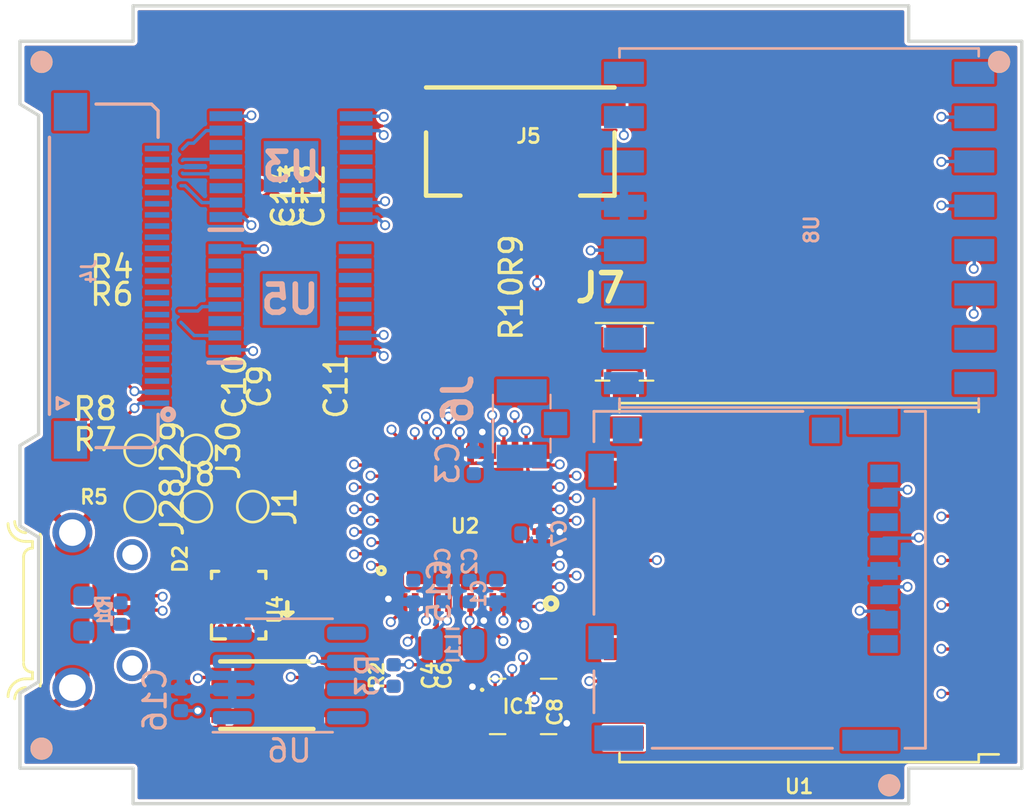
<source format=kicad_pcb>
(kicad_pcb (version 20171130) (host pcbnew "(5.1.4)-1")
  (title_block (title "Project Title"))
  (layers (0 Top power) (1 In1.Cu mixed) (2 In2.Cu mixed) (31 Bottom power) (34 B.Paste user hide) (35 F.Paste user hide) (36 B.SilkS user hide) (37 F.SilkS user hide) (38 B.Mask user hide) (39 F.Mask user hide) (44 Edge.Cuts user))
  (net 0 "")
  (net 1 GND)
  (net 2 /USB+)
  (net 3 /USB-)
  (net 4 VUSB)
  (net 5 /SWDIO)
  (net 6 /SWCLK)
  (net 7 MISO)
  (net 8 SCK)
  (net 9 MOSI)
  (net 10 "Net-(U4-PadB1)")
  (net 11 "Net-(D1-Pad1)")
  (net 12 "Net-(L1-Pad1)")
  (net 13 +3V3)
  (net 14 "Net-(D2-Pad1)")
  (net 15 "Net-(J2-Pad4)")
  (net 16 "Net-(J3-Pad1)")
  (net 17 "Net-(U1-Pad11)")
  (net 18 "Net-(C2-Pad1)")
  (net 19 "Net-(U8-Pad7)")
  (net 20 CS_IMU)
  (net 21 "Net-(IC1-Pad11)")
  (net 22 "Net-(IC1-Pad10)")
  (net 23 "Net-(IC1-Pad9)")
  (net 24 "Net-(IC1-Pad4)")
  (net 25 "Net-(J3-Pad8)")
  (net 26 CS_SD)
  (net 27 "Net-(J4-Pad20)")
  (net 28 "Net-(J4-Pad19)")
  (net 29 "Net-(J4-Pad18)")
  (net 30 "Net-(J4-Pad17)")
  (net 31 "Net-(U1-Pad16)")
  (net 32 "Net-(U1-Pad14)")
  (net 33 RF2_BUSY)
  (net 34 "Net-(U1-Pad7)")
  (net 35 RF2_RST)
  (net 36 "Net-(R3-Pad2)")
  (net 37 ~RESET)
  (net 38 WDT_WDI)
  (net 39 "Net-(U6-Pad5)")
  (net 40 "Net-(U6-Pad1)")
  (net 41 BATT_N)
  (net 42 BATT_P)
  (net 43 SDA2)
  (net 44 SDA1)
  (net 45 SCL2)
  (net 46 SCL1)
  (net 47 COIL3N)
  (net 48 BURN2)
  (net 49 COIL3P)
  (net 50 BURN1)
  (net 51 COIL2N)
  (net 52 COIL2P)
  (net 53 COIL1N)
  (net 54 COIL1P)
  (net 55 3V3)
  (net 56 EN_CAM)
  (net 57 CS_CAM)
  (net 58 MINX_1)
  (net 59 MINX_2)
  (net 60 MINZ_2)
  (net 61 MINZ_1)
  (net 62 MOZ_1)
  (net 63 MOZ_2)
  (net 64 MOX_2)
  (net 65 MOX_1)
  (net 66 "Net-(J4-Pad5)")
  (net 67 "Net-(J5-Pad3)")
  (net 68 "Net-(J5-Pad10)")
  (net 69 "Net-(J4-Pad14)")
  (net 70 "Net-(J4-Pad13)")
  (net 71 "Net-(J6-Pad3)")
  (net 72 "Net-(J7-Pad3)")
  (net 73 MINY_1)
  (net 74 MINY_2)
  (net 75 "Net-(U5-Pad10)")
  (net 76 "Net-(U5-Pad9)")
  (net 77 "Net-(U5-Pad7)")
  (net 78 "Net-(U5-Pad5)")
  (net 79 MOY_2)
  (net 80 MOY_1)
  (net 81 RF2_CS)
  (net 82 RF2_IO1)
  (net 83 "Net-(U8-Pad16)")
  (net 84 RF1_IO1)
  (net 85 "Net-(U8-Pad14)")
  (net 86 RF1_BUSY)
  (net 87 "Net-(U8-Pad11)")
  (net 88 RF1_RST)
  (net 89 RF1_CS)
  (net 90 "Net-(R1-Pad2)")
  (net 91 "Net-(U2-Pad37)")
  (net 92 BATTERY)
  (net 93 BATT_STATUS)
  (net 94 M_FAULT)
  (net 95 M_EN)
  (module Resistor_SMD:R_0402_1005Metric (layer Top) (at 99.949 87.1855 90)
    (fp_text reference R10 (at 0 -1.17 90) (layer F.SilkS))
    (fp_text value 100K)
    (pad 2 smd roundrect (at 0.485 0 90) (size 0.59 0.64) (layers Top F.Paste F.Mask) (net 92 BATTERY))
    (pad 1 smd roundrect (at -0.485 0 90) (size 0.59 0.64) (layers Top F.Paste F.Mask) (net 1 GND))
  )
  (module Resistor_SMD:R_0402_1005Metric (layer Top) (at 99.949 84.836 90)
    (fp_text reference R9 (at 0 -1.17 90) (layer F.SilkS))
    (fp_text value 100K)
    (pad 2 smd roundrect (at 0.485 0 90) (size 0.59 0.64) (layers Top F.Paste F.Mask) (net 42 BATT_P))
    (pad 1 smd roundrect (at -0.485 0 90) (size 0.59 0.64) (layers Top F.Paste F.Mask) (net 92 BATTERY))
  )
  (module Capacitor_SMD:C_0402_1005Metric (layer Bottom) (at 83.8835 104.8615 270)
    (fp_text reference C16 (at 0 1.17 90) (layer B.SilkS) (effects (justify mirror)))
    (fp_text value 0.1uF)
    (pad 2 smd roundrect (at 0.485 0 270) (size 0.59 0.64) (layers Bottom B.Paste B.Mask) (net 1 GND))
    (pad 1 smd roundrect (at -0.485 0 270) (size 0.59 0.64) (layers Bottom B.Paste B.Mask) (net 13 +3V3))
  )
  (module custom-footprints:Fiducial_1mm_Silkscreen (layer Top) (at 115.824 108.712)
    (fp_text reference FID4 hide)
    (fp_text value Fiducial)
    (pad "" connect circle (at 0 0) (size 1 1) (layers *.SilkS))
  )
  (module custom-footprints:Fiducial_1mm_Silkscreen (layer Top) (at 120.777 76.073)
    (fp_text reference FID3 hide)
    (fp_text value Fiducial)
    (pad "" connect circle (at 0 0) (size 1 1) (layers *.SilkS))
  )
  (module custom-footprints:Fiducial_1mm_Silkscreen (layer Top) (at 77.597 107.061)
    (fp_text reference FID2 hide)
    (fp_text value Fiducial)
    (pad "" connect circle (at 0 0) (size 1 1) (layers *.SilkS))
  )
  (module custom-footprints:Fiducial_1mm_Silkscreen (layer Top) (at 77.597 76.073)
    (fp_text reference FID1 hide)
    (fp_text value Fiducial)
    (pad "" connect circle (at 0 0) (size 1 1) (layers *.SilkS))
  )
  (module TestPoint:TestPoint_Pad_D1.0mm (layer Top) (at 84.582 93.599 270)
    (fp_text reference J30 (at 0 -1.448 90) (layer F.SilkS))
    (fp_text value Conn_01x01)
    (pad 1 smd circle (at 0 0 270) (size 1 1) (layers Top F.Mask) (net 1 GND))
  )
  (module TestPoint:TestPoint_Pad_D1.0mm (layer Top) (at 82.042 93.599 270)
    (fp_text reference J29 (at 0 -1.448 90) (layer F.SilkS))
    (fp_text value Conn_01x01)
    (pad 1 smd circle (at 0 0 270) (size 1 1) (layers Top F.Mask) (net 13 +3V3))
  )
  (module TestPoint:TestPoint_Pad_D1.0mm (layer Top) (at 82.042 96.139 270)
    (fp_text reference J28 (at 0 -1.448 90) (layer F.SilkS))
    (fp_text value Conn_01x01)
    (pad 1 smd circle (at 0 0 270) (size 1 1) (layers Top F.Mask) (net 6 /SWCLK))
  )
  (module TestPoint:TestPoint_Pad_D1.0mm (layer Top) (at 84.582 96.139)
    (fp_text reference J8 (at 0 -1.448) (layer F.SilkS))
    (fp_text value Conn_01x01)
    (pad 1 smd circle (at 0 0) (size 1 1) (layers Top F.Mask) (net 37 ~RESET))
  )
  (module TestPoint:TestPoint_Pad_D1.0mm (layer Top) (at 87.122 96.139 270)
    (fp_text reference J1 (at 0 -1.448 90) (layer F.SilkS))
    (fp_text value Conn_01x01)
    (pad 1 smd circle (at 0 0 270) (size 1 1) (layers Top F.Mask) (net 5 /SWDIO))
  )
  (module custom-footprints:U.FL-R-SMT-1 (layer Top) (at 103.886 89.154)
    (fp_text reference J7 (at -1.09467 -2.881) (layer F.SilkS) (effects (font (size 1.27 1.27) (thickness 0.254))))
    (fp_text value U.FL-R-SMT-1 hide)
    (pad 3 smd rect (at 0 1.525 90) (size 1.05 1.05) (layers Top F.Paste F.Mask) (net 72 "Net-(J7-Pad3)"))
    (pad 2 smd rect (at 1.475 0) (size 1.05 2.25) (layers Top F.Paste F.Mask) (net 1 GND))
    (pad 1 smd rect (at -1.475 0) (size 1.05 2.25) (layers Top F.Paste F.Mask) (net 1 GND))
  )
  (module custom-footprints:U.FL-R-SMT-1 (layer Bottom) (at 99.2505 92.3925 270)
    (fp_text reference J6 (at -1.09467 2.881 90) (layer B.SilkS) (effects (font (size 1.27 1.27) (thickness 0.254)) (justify mirror)))
    (fp_text value U.FL-R-SMT-1 hide)
    (pad 3 smd rect (at 0 -1.525 180) (size 1.05 1.05) (layers Bottom B.Paste B.Mask) (net 71 "Net-(J6-Pad3)"))
    (pad 2 smd rect (at 1.475 0 270) (size 1.05 2.25) (layers Bottom B.Paste B.Mask) (net 1 GND))
    (pad 1 smd rect (at -1.475 0 270) (size 1.05 2.25) (layers Bottom B.Paste B.Mask) (net 1 GND))
  )
  (module Capacitor_SMD:C_0402_1005Metric (layer Bottom) (at 94.361 99.95154 90)
    (fp_text reference C15 (at 0 1.17 90) (layer B.SilkS) (effects (justify mirror)))
    (fp_text value 0.1uF)
    (pad 2 smd roundrect (at 0.485 0 90) (size 0.59 0.64) (layers Bottom B.Paste B.Mask) (net 1 GND))
    (pad 1 smd roundrect (at -0.485 0 90) (size 0.59 0.64) (layers Bottom B.Paste B.Mask) (net 13 +3V3))
  )
  (module Capacitor_SMD:C_0402_1005Metric (layer Bottom) (at 97.0915 94.1705 270)
    (fp_text reference C3 (at 0 1.17 90) (layer B.SilkS) (effects (justify mirror)))
    (fp_text value 1uF)
    (pad 2 smd roundrect (at 0.485 0 270) (size 0.59 0.64) (layers Bottom B.Paste B.Mask) (net 1 GND))
    (pad 1 smd roundrect (at -0.485 0 270) (size 0.59 0.64) (layers Bottom B.Paste B.Mask) (net 13 +3V3))
  )
  (module Resistor_SMD:R_0402_1005Metric (layer Top) (at 93.472 103.759 270)
    (fp_text reference R2 (at 0 0.762 270) (layer F.SilkS) (effects (font (size 0.635 0.635) (thickness 0.127))))
    (fp_text value 10K)
    (pad 2 smd roundrect (at 0.485 0 270) (size 0.59 0.64) (layers Top F.Paste F.Mask) (net 13 +3V3))
    (pad 1 smd roundrect (at -0.485 0 270) (size 0.59 0.64) (layers Top F.Paste F.Mask) (net 37 ~RESET))
  )
  (module Capacitor_SMD:C_0402_1005Metric (layer Top) (at 88.6714 82.1182 270)
    (fp_text reference C12 (at 0 -1.17 270) (layer F.SilkS))
    (fp_text value 0.1uF)
    (pad 2 smd roundrect (at 0.485 0 270) (size 0.59 0.64) (layers Top F.Paste F.Mask) (net 1 GND))
    (pad 1 smd roundrect (at -0.485 0 270) (size 0.59 0.64) (layers Top F.Paste F.Mask) (net 42 BATT_P))
  )
  (module "KiCAD Libraries:SOP65P640X120-17N" (layer Bottom) (at 88.7984 86.7918)
    (fp_text reference U5 (at 0 0) (layer B.SilkS) (effects (font (size 1.27 1.27) (thickness 0.254)) (justify mirror)))
    (fp_text value DRV8848 hide)
    (pad 17 smd rect (at 0 0 270) (size 2.31 2.46) (layers Bottom B.Paste B.Mask) (net 1 GND))
    (pad 16 smd rect (at 2.938 2.275 270) (size 0.45 1.475) (layers Bottom B.Paste B.Mask) (net 73 MINY_1))
    (pad 15 smd rect (at 2.938 1.625 270) (size 0.45 1.475) (layers Bottom B.Paste B.Mask) (net 74 MINY_2))
    (pad 14 smd rect (at 2.938 0.975 270) (size 0.45 1.475) (layers Bottom B.Paste B.Mask) (net 55 3V3))
    (pad 13 smd rect (at 2.938 0.325 270) (size 0.45 1.475) (layers Bottom B.Paste B.Mask) (net 1 GND))
    (pad 12 smd rect (at 2.938 -0.325 270) (size 0.45 1.475) (layers Bottom B.Paste B.Mask) (net 42 BATT_P))
    (pad 11 smd rect (at 2.938 -0.975 270) (size 0.45 1.475) (layers Bottom B.Paste B.Mask) (net 55 3V3))
    (pad 10 smd rect (at 2.938 -1.625 270) (size 0.45 1.475) (layers Bottom B.Paste B.Mask) (net 75 "Net-(U5-Pad10)"))
    (pad 9 smd rect (at 2.938 -2.275 270) (size 0.45 1.475) (layers Bottom B.Paste B.Mask) (net 76 "Net-(U5-Pad9)"))
    (pad 8 smd rect (at -2.938 -2.275 270) (size 0.45 1.475) (layers Bottom B.Paste B.Mask) (net 94 M_FAULT))
    (pad 7 smd rect (at -2.938 -1.625 270) (size 0.45 1.475) (layers Bottom B.Paste B.Mask) (net 77 "Net-(U5-Pad7)"))
    (pad 6 smd rect (at -2.938 -0.975 270) (size 0.45 1.475) (layers Bottom B.Paste B.Mask) (net 1 GND))
    (pad 5 smd rect (at -2.938 -0.325 270) (size 0.45 1.475) (layers Bottom B.Paste B.Mask) (net 78 "Net-(U5-Pad5)"))
    (pad 4 smd rect (at -2.938 0.325 270) (size 0.45 1.475) (layers Bottom B.Paste B.Mask) (net 79 MOY_2))
    (pad 3 smd rect (at -2.938 0.975 270) (size 0.45 1.475) (layers Bottom B.Paste B.Mask) (net 1 GND))
    (pad 2 smd rect (at -2.938 1.625 270) (size 0.45 1.475) (layers Bottom B.Paste B.Mask) (net 80 MOY_1))
    (pad 1 smd rect (at -2.938 2.275 270) (size 0.45 1.475) (layers Bottom B.Paste B.Mask) (net 95 M_EN))
  )
  (module "KiCAD Libraries:SOP65P640X120-17N" (layer Bottom) (at 88.8492 80.7974)
    (fp_text reference U3 (at 0 0) (layer B.SilkS) (effects (font (size 1.27 1.27) (thickness 0.254)) (justify mirror)))
    (fp_text value DRV8848 hide)
    (pad 17 smd rect (at 0 0 270) (size 2.31 2.46) (layers Bottom B.Paste B.Mask) (net 1 GND))
    (pad 16 smd rect (at 2.938 2.275 270) (size 0.45 1.475) (layers Bottom B.Paste B.Mask) (net 58 MINX_1))
    (pad 15 smd rect (at 2.938 1.625 270) (size 0.45 1.475) (layers Bottom B.Paste B.Mask) (net 59 MINX_2))
    (pad 14 smd rect (at 2.938 0.975 270) (size 0.45 1.475) (layers Bottom B.Paste B.Mask) (net 55 3V3))
    (pad 13 smd rect (at 2.938 0.325 270) (size 0.45 1.475) (layers Bottom B.Paste B.Mask) (net 1 GND))
    (pad 12 smd rect (at 2.938 -0.325 270) (size 0.45 1.475) (layers Bottom B.Paste B.Mask) (net 42 BATT_P))
    (pad 11 smd rect (at 2.938 -0.975 270) (size 0.45 1.475) (layers Bottom B.Paste B.Mask) (net 55 3V3))
    (pad 10 smd rect (at 2.938 -1.625 270) (size 0.45 1.475) (layers Bottom B.Paste B.Mask) (net 60 MINZ_2))
    (pad 9 smd rect (at 2.938 -2.275 270) (size 0.45 1.475) (layers Bottom B.Paste B.Mask) (net 61 MINZ_1))
    (pad 8 smd rect (at -2.938 -2.275 270) (size 0.45 1.475) (layers Bottom B.Paste B.Mask) (net 94 M_FAULT))
    (pad 7 smd rect (at -2.938 -1.625 270) (size 0.45 1.475) (layers Bottom B.Paste B.Mask) (net 62 MOZ_1))
    (pad 6 smd rect (at -2.938 -0.975 270) (size 0.45 1.475) (layers Bottom B.Paste B.Mask) (net 1 GND))
    (pad 5 smd rect (at -2.938 -0.325 270) (size 0.45 1.475) (layers Bottom B.Paste B.Mask) (net 63 MOZ_2))
    (pad 4 smd rect (at -2.938 0.325 270) (size 0.45 1.475) (layers Bottom B.Paste B.Mask) (net 64 MOX_2))
    (pad 3 smd rect (at -2.938 0.975 270) (size 0.45 1.475) (layers Bottom B.Paste B.Mask) (net 1 GND))
    (pad 2 smd rect (at -2.938 1.625 270) (size 0.45 1.475) (layers Bottom B.Paste B.Mask) (net 65 MOX_1))
    (pad 1 smd rect (at -2.938 2.275 270) (size 0.45 1.475) (layers Bottom B.Paste B.Mask) (net 95 M_EN))
  )
  (module ATSAMD51G19A-MU:QFN50P700X700X90-49N-D (layer Top) (at 96.6978 97.0153 180)
    (fp_text reference U2 (at 0 0 180) (layer F.SilkS) (effects (font (size 0.635 0.635) (thickness 0.127))))
    (fp_text value ATSAMD51G_TQFN48 hide)
    (pad 1 smd rect (at -3.45 -2.75 270) (size 0.3 0.85) (layers Top F.Paste F.Mask) (net 44 SDA1))
    (pad 2 smd rect (at -3.45 -2.25 270) (size 0.3 0.85) (layers Top F.Paste F.Mask) (net 46 SCL1))
    (pad 3 smd rect (at -3.45 -1.75 270) (size 0.3 0.85) (layers Top F.Paste F.Mask) (net 82 RF2_IO1))
    (pad 4 smd rect (at -3.45 -1.25 270) (size 0.3 0.85) (layers Top F.Paste F.Mask) (net 13 +3V3))
    (pad 5 smd rect (at -3.45 -0.75 270) (size 0.3 0.85) (layers Top F.Paste F.Mask) (net 1 GND))
    (pad 6 smd rect (at -3.45 -0.25 270) (size 0.3 0.85) (layers Top F.Paste F.Mask) (net 13 +3V3))
    (pad 7 smd rect (at -3.45 0.25 270) (size 0.3 0.85) (layers Top F.Paste F.Mask) (net 35 RF2_RST))
    (pad 8 smd rect (at -3.45 0.75 270) (size 0.3 0.85) (layers Top F.Paste F.Mask) (net 88 RF1_RST))
    (pad 9 smd rect (at -3.45 1.25 270) (size 0.3 0.85) (layers Top F.Paste F.Mask) (net 89 RF1_CS))
    (pad 10 smd rect (at -3.45 1.75 270) (size 0.3 0.85) (layers Top F.Paste F.Mask) (net 92 BATTERY))
    (pad 11 smd rect (at -3.45 2.25 270) (size 0.3 0.85) (layers Top F.Paste F.Mask) (net 86 RF1_BUSY))
    (pad 12 smd rect (at -3.45 2.75 270) (size 0.3 0.85) (layers Top F.Paste F.Mask) (net 84 RF1_IO1))
    (pad 13 smd rect (at -2.75 3.45 180) (size 0.3 0.85) (layers Top F.Paste F.Mask) (net 9 MOSI))
    (pad 14 smd rect (at -2.25 3.45 180) (size 0.3 0.85) (layers Top F.Paste F.Mask) (net 8 SCK))
    (pad 15 smd rect (at -1.75 3.45 180) (size 0.3 0.85) (layers Top F.Paste F.Mask) (net 7 MISO))
    (pad 16 smd rect (at -1.25 3.45 180) (size 0.3 0.85) (layers Top F.Paste F.Mask) (net 56 EN_CAM))
    (pad 17 smd rect (at -0.75 3.45 180) (size 0.3 0.85) (layers Top F.Paste F.Mask) (net 13 +3V3))
    (pad 18 smd rect (at -0.25 3.45 180) (size 0.3 0.85) (layers Top F.Paste F.Mask) (net 1 GND))
    (pad 19 smd rect (at 0.25 3.45 180) (size 0.3 0.85) (layers Top F.Paste F.Mask) (net 57 CS_CAM))
    (pad 20 smd rect (at 0.75 3.45 180) (size 0.3 0.85) (layers Top F.Paste F.Mask) (net 61 MINZ_1))
    (pad 21 smd rect (at 1.25 3.45 180) (size 0.3 0.85) (layers Top F.Paste F.Mask) (net 60 MINZ_2))
    (pad 22 smd rect (at 1.75 3.45 180) (size 0.3 0.85) (layers Top F.Paste F.Mask) (net 59 MINX_2))
    (pad 23 smd rect (at 2.25 3.45 180) (size 0.3 0.85) (layers Top F.Paste F.Mask) (net 58 MINX_1))
    (pad 24 smd rect (at 2.75 3.45 180) (size 0.3 0.85) (layers Top F.Paste F.Mask) (net 73 MINY_1))
    (pad 25 smd rect (at 3.45 2.75 270) (size 0.3 0.85) (layers Top F.Paste F.Mask) (net 45 SCL2))
    (pad 26 smd rect (at 3.45 2.25 270) (size 0.3 0.85) (layers Top F.Paste F.Mask) (net 43 SDA2))
    (pad 27 smd rect (at 3.45 1.75 270) (size 0.3 0.85) (layers Top F.Paste F.Mask) (net 93 BATT_STATUS))
    (pad 28 smd rect (at 3.45 1.25 270) (size 0.3 0.85) (layers Top F.Paste F.Mask) (net 95 M_EN))
    (pad 29 smd rect (at 3.45 0.75 270) (size 0.3 0.85) (layers Top F.Paste F.Mask) (net 48 BURN2))
    (pad 30 smd rect (at 3.45 0.25 270) (size 0.3 0.85) (layers Top F.Paste F.Mask) (net 94 M_FAULT))
    (pad 31 smd rect (at 3.45 -0.25 270) (size 0.3 0.85) (layers Top F.Paste F.Mask) (net 50 BURN1))
    (pad 32 smd rect (at 3.45 -0.75 270) (size 0.3 0.85) (layers Top F.Paste F.Mask) (net 74 MINY_2))
    (pad 33 smd rect (at 3.45 -1.25 270) (size 0.3 0.85) (layers Top F.Paste F.Mask) (net 3 /USB-))
    (pad 34 smd rect (at 3.45 -1.75 270) (size 0.3 0.85) (layers Top F.Paste F.Mask) (net 2 /USB+))
    (pad 35 smd rect (at 3.45 -2.25 270) (size 0.3 0.85) (layers Top F.Paste F.Mask) (net 1 GND))
    (pad 36 smd rect (at 3.45 -2.75 270) (size 0.3 0.85) (layers Top F.Paste F.Mask) (net 13 +3V3))
    (pad 37 smd rect (at 2.75 -3.45 180) (size 0.3 0.85) (layers Top F.Paste F.Mask) (net 91 "Net-(U2-Pad37)"))
    (pad 38 smd rect (at 2.25 -3.45 180) (size 0.3 0.85) (layers Top F.Paste F.Mask) (net 38 WDT_WDI))
    (pad 39 smd rect (at 1.75 -3.45 180) (size 0.3 0.85) (layers Top F.Paste F.Mask) (net 33 RF2_BUSY))
    (pad 40 smd rect (at 1.25 -3.45 180) (size 0.3 0.85) (layers Top F.Paste F.Mask) (net 37 ~RESET))
    (pad 41 smd rect (at 0.75 -3.45 180) (size 0.3 0.85) (layers Top F.Paste F.Mask) (net 18 "Net-(C2-Pad1)"))
    (pad 42 smd rect (at 0.25 -3.45 180) (size 0.3 0.85) (layers Top F.Paste F.Mask) (net 1 GND))
    (pad 43 smd rect (at -0.25 -3.45 180) (size 0.3 0.85) (layers Top F.Paste F.Mask) (net 12 "Net-(L1-Pad1)"))
    (pad 44 smd rect (at -0.75 -3.45 180) (size 0.3 0.85) (layers Top F.Paste F.Mask) (net 13 +3V3))
    (pad 45 smd rect (at -1.25 -3.45 180) (size 0.3 0.85) (layers Top F.Paste F.Mask) (net 6 /SWCLK))
    (pad 46 smd rect (at -1.75 -3.45 180) (size 0.3 0.85) (layers Top F.Paste F.Mask) (net 5 /SWDIO))
    (pad 47 smd rect (at -2.25 -3.45 180) (size 0.3 0.85) (layers Top F.Paste F.Mask) (net 26 CS_SD))
    (pad 48 smd rect (at -2.75 -3.45 180) (size 0.3 0.85) (layers Top F.Paste F.Mask) (net 81 RF2_CS))
    (pad 49 smd rect (at 0 0 180) (size 5.25 5.25) (layers Top F.Paste F.Mask) (net 1 GND))
  )
  (module RF_Module:HOPERF_RFM9XW_SMD (layer Bottom) (at 111.76 83.566 180)
    (fp_text reference U8 (at -0.5588 -0.0762 90) (layer B.SilkS) (effects (font (size 0.635 0.635) (thickness 0.127)) (justify mirror)))
    (fp_text value RFM95W-915S2)
    (pad 16 smd rect (at 7.9 7 180) (size 1.8 1) (layers Bottom B.Paste B.Mask) (net 83 "Net-(U8-Pad16)"))
    (pad 15 smd rect (at 7.9 5 180) (size 1.8 1) (layers Bottom B.Paste B.Mask) (net 84 RF1_IO1))
    (pad 14 smd rect (at 7.9 3 180) (size 1.8 1) (layers Bottom B.Paste B.Mask) (net 85 "Net-(U8-Pad14)"))
    (pad 13 smd rect (at 7.9 1 180) (size 1.8 1) (layers Bottom B.Paste B.Mask) (net 13 +3V3))
    (pad 12 smd rect (at 7.9 -1 180) (size 1.8 1) (layers Bottom B.Paste B.Mask) (net 86 RF1_BUSY))
    (pad 11 smd rect (at 7.9 -3 180) (size 1.8 1) (layers Bottom B.Paste B.Mask) (net 87 "Net-(U8-Pad11)"))
    (pad 10 smd rect (at 7.9 -5 180) (size 1.8 1) (layers Bottom B.Paste B.Mask) (net 1 GND))
    (pad 9 smd rect (at 7.9 -7 180) (size 1.8 1) (layers Bottom B.Paste B.Mask) (net 71 "Net-(J6-Pad3)"))
    (pad 8 smd rect (at -7.9 -7 180) (size 1.8 1) (layers Bottom B.Paste B.Mask) (net 1 GND))
    (pad 7 smd rect (at -7.9 -5 180) (size 1.8 1) (layers Bottom B.Paste B.Mask) (net 19 "Net-(U8-Pad7)"))
    (pad 6 smd rect (at -7.9 -3 180) (size 1.8 1) (layers Bottom B.Paste B.Mask) (net 88 RF1_RST))
    (pad 5 smd rect (at -7.9 -1 180) (size 1.8 1) (layers Bottom B.Paste B.Mask) (net 89 RF1_CS))
    (pad 4 smd rect (at -7.9 1 180) (size 1.8 1) (layers Bottom B.Paste B.Mask) (net 8 SCK))
    (pad 3 smd rect (at -7.9 3 180) (size 1.8 1) (layers Bottom B.Paste B.Mask) (net 9 MOSI))
    (pad 2 smd rect (at -7.9 5 180) (size 1.8 1) (layers Bottom B.Paste B.Mask) (net 7 MISO))
    (pad 1 smd rect (at -7.9 7 180) (size 1.8 1) (layers Bottom B.Paste B.Mask) (net 1 GND))
  )
  (module RF_Module:HOPERF_RFM9XW_SMD (layer Top) (at 111.76 99.568 180)
    (fp_text reference U1 (at 0 -9.2) (layer F.SilkS) (effects (font (size 0.635 0.635) (thickness 0.127))))
    (fp_text value RFM95W-915S2)
    (pad 1 smd rect (at -7.9 -7 180) (size 1.8 1) (layers Top F.Paste F.Mask) (net 1 GND))
    (pad 2 smd rect (at -7.9 -5 180) (size 1.8 1) (layers Top F.Paste F.Mask) (net 7 MISO))
    (pad 3 smd rect (at -7.9 -3 180) (size 1.8 1) (layers Top F.Paste F.Mask) (net 9 MOSI))
    (pad 4 smd rect (at -7.9 -1 180) (size 1.8 1) (layers Top F.Paste F.Mask) (net 8 SCK))
    (pad 5 smd rect (at -7.9 1 180) (size 1.8 1) (layers Top F.Paste F.Mask) (net 81 RF2_CS))
    (pad 6 smd rect (at -7.9 3 180) (size 1.8 1) (layers Top F.Paste F.Mask) (net 35 RF2_RST))
    (pad 7 smd rect (at -7.9 5 180) (size 1.8 1) (layers Top F.Paste F.Mask) (net 34 "Net-(U1-Pad7)"))
    (pad 8 smd rect (at -7.9 7 180) (size 1.8 1) (layers Top F.Paste F.Mask) (net 1 GND))
    (pad 9 smd rect (at 7.9 7 180) (size 1.8 1) (layers Top F.Paste F.Mask) (net 72 "Net-(J7-Pad3)"))
    (pad 10 smd rect (at 7.9 5 180) (size 1.8 1) (layers Top F.Paste F.Mask) (net 1 GND))
    (pad 11 smd rect (at 7.9 3 180) (size 1.8 1) (layers Top F.Paste F.Mask) (net 17 "Net-(U1-Pad11)"))
    (pad 12 smd rect (at 7.9 1 180) (size 1.8 1) (layers Top F.Paste F.Mask) (net 33 RF2_BUSY))
    (pad 13 smd rect (at 7.9 -1 180) (size 1.8 1) (layers Top F.Paste F.Mask) (net 13 +3V3))
    (pad 14 smd rect (at 7.9 -3 180) (size 1.8 1) (layers Top F.Paste F.Mask) (net 32 "Net-(U1-Pad14)"))
    (pad 15 smd rect (at 7.9 -5 180) (size 1.8 1) (layers Top F.Paste F.Mask) (net 82 RF2_IO1))
    (pad 16 smd rect (at 7.9 -7 180) (size 1.8 1) (layers Top F.Paste F.Mask) (net 31 "Net-(U1-Pad16)"))
  )
  (module custom-footprints:BMX160 (layer Top) (at 99.314 105.156 180)
    (fp_text reference IC1 (at 0.15 0) (layer F.SilkS) (effects (font (size 0.635 0.635) (thickness 0.127))))
    (fp_text value BMX160 hide)
    (pad 14 smd rect (at 0.5 1.012 180) (size 0.25 0.675) (layers Top F.Paste F.Mask) (net 9 MOSI))
    (pad 13 smd rect (at 0 1.012 180) (size 0.25 0.675) (layers Top F.Paste F.Mask) (net 8 SCK))
    (pad 12 smd rect (at -0.5 1.012 180) (size 0.25 0.675) (layers Top F.Paste F.Mask) (net 20 CS_IMU))
    (pad 11 smd rect (at -1.262 0.75 270) (size 0.25 0.675) (layers Top F.Paste F.Mask) (net 21 "Net-(IC1-Pad11)"))
    (pad 10 smd rect (at -1.262 0.25 270) (size 0.25 0.675) (layers Top F.Paste F.Mask) (net 22 "Net-(IC1-Pad10)"))
    (pad 9 smd rect (at -1.262 -0.25 270) (size 0.25 0.675) (layers Top F.Paste F.Mask) (net 23 "Net-(IC1-Pad9)"))
    (pad 8 smd rect (at -1.262 -0.75 270) (size 0.25 0.675) (layers Top F.Paste F.Mask) (net 13 +3V3))
    (pad 7 smd rect (at -0.5 -1.012 180) (size 0.25 0.675) (layers Top F.Paste F.Mask) (net 1 GND))
    (pad 6 smd rect (at 0 -1.012 180) (size 0.25 0.675) (layers Top F.Paste F.Mask) (net 1 GND))
    (pad 5 smd rect (at 0.5 -1.012 180) (size 0.25 0.675) (layers Top F.Paste F.Mask) (net 13 +3V3))
    (pad 4 smd rect (at 1.262 -0.75 270) (size 0.25 0.675) (layers Top F.Paste F.Mask) (net 24 "Net-(IC1-Pad4)"))
    (pad 3 smd rect (at 1.262 -0.25 270) (size 0.25 0.675) (layers Top F.Paste F.Mask) (net 1 GND))
    (pad 2 smd rect (at 1.262 0.25 270) (size 0.25 0.675) (layers Top F.Paste F.Mask) (net 1 GND))
    (pad 1 smd rect (at 1.262 0.75 270) (size 0.25 0.675) (layers Top F.Paste F.Mask) (net 7 MISO))
  )
  (module Package_SO:SO-8_3.9x4.9mm_P1.27mm (layer Bottom) (at 88.773 103.759)
    (fp_text reference U6 (at 0 3.4) (layer B.SilkS) (effects (justify mirror)))
    (fp_text value MAX708RESA-T)
    (pad 8 smd roundrect (at 2.575 1.905) (size 1.75 0.6) (layers Bottom B.Paste B.Mask) (net 36 "Net-(R3-Pad2)"))
    (pad 7 smd roundrect (at 2.575 0.635) (size 1.75 0.6) (layers Bottom B.Paste B.Mask) (net 36 "Net-(R3-Pad2)"))
    (pad 6 smd roundrect (at 2.575 -0.635) (size 1.75 0.6) (layers Bottom B.Paste B.Mask) (net 38 WDT_WDI))
    (pad 5 smd roundrect (at 2.575 -1.905) (size 1.75 0.6) (layers Bottom B.Paste B.Mask) (net 39 "Net-(U6-Pad5)"))
    (pad 4 smd roundrect (at -2.575 -1.905) (size 1.75 0.6) (layers Bottom B.Paste B.Mask) (net 1 GND))
    (pad 3 smd roundrect (at -2.575 -0.635) (size 1.75 0.6) (layers Bottom B.Paste B.Mask) (net 1 GND))
    (pad 2 smd roundrect (at -2.575 0.635) (size 1.75 0.6) (layers Bottom B.Paste B.Mask) (net 13 +3V3))
    (pad 1 smd roundrect (at -2.575 1.905) (size 1.75 0.6) (layers Bottom B.Paste B.Mask) (net 40 "Net-(U6-Pad1)"))
  )
  (module Resistor_SMD:R_0402_1005Metric (layer Bottom) (at 93.472 103.759 270)
    (fp_text reference R3 (at 0 1.17 270) (layer B.SilkS) (effects (justify mirror)))
    (fp_text value 10K)
    (pad 2 smd roundrect (at 0.485 0 270) (size 0.59 0.64) (layers Bottom B.Paste B.Mask) (net 36 "Net-(R3-Pad2)"))
    (pad 1 smd roundrect (at -0.485 0 270) (size 0.59 0.64) (layers Bottom B.Paste B.Mask) (net 37 ~RESET))
  )
  (module Resistor_SMD:R_0402_1005Metric (layer Top) (at 80.772 86.487)
    (fp_text reference R4 (at 0 -1.17 180) (layer F.SilkS))
    (fp_text value 10K)
    (pad 2 smd roundrect (at 0.485 0) (size 0.59 0.64) (layers Top F.Paste F.Mask) (net 13 +3V3))
    (pad 1 smd roundrect (at -0.485 0) (size 0.59 0.64) (layers Top F.Paste F.Mask) (net 46 SCL1))
  )
  (module custom-footprints:503182-1853_MOLEX-MicroSD (layer Bottom) (at 109.982 99.441 90)
    (fp_text reference J3 hide)
    (fp_text value Micro_SD_Card hide)
    (pad SH3 smd rect (at 4.94 -7.15 270) (size 1.5 1.15) (layers Bottom B.Paste B.Mask))
    (pad SH4 smd rect (at -2.84 -7.15 270) (size 1.5 1.15) (layers Bottom B.Paste B.Mask))
    (pad SH5 smd rect (at -7.145 -6.355) (size 2.2 1.15) (layers Bottom B.Paste B.Mask))
    (pad DET_T smd rect (at 6.74 -6.025) (size 1.2 1.16) (layers Bottom B.Paste B.Mask))
    (pad SW_T smd rect (at 6.74 2.975) (size 1.25 1.16) (layers Bottom B.Paste B.Mask))
    (pad SH2 smd rect (at 7.145 5.125) (size 2.2 1.15) (layers Bottom B.Paste B.Mask))
    (pad SH1 smd rect (at -7.245 4.975) (size 2.5 0.95) (layers Bottom B.Paste B.Mask))
    (pad 8 smd rect (at 4.8 5.605) (size 1.24 0.8) (layers Bottom B.Paste B.Mask) (net 25 "Net-(J3-Pad8)"))
    (pad 7 smd rect (at 3.7 5.605) (size 1.24 0.8) (layers Bottom B.Paste B.Mask) (net 7 MISO))
    (pad 6 smd rect (at 2.6 5.605) (size 1.24 0.8) (layers Bottom B.Paste B.Mask) (net 1 GND))
    (pad 5 smd rect (at 1.5 5.605) (size 1.24 0.8) (layers Bottom B.Paste B.Mask) (net 8 SCK))
    (pad 4 smd rect (at 0.4 5.605) (size 1.24 0.8) (layers Bottom B.Paste B.Mask) (net 13 +3V3))
    (pad 3 smd rect (at -0.7 5.605) (size 1.24 0.8) (layers Bottom B.Paste B.Mask) (net 9 MOSI))
    (pad 2 smd rect (at -1.8 5.605) (size 1.24 0.8) (layers Bottom B.Paste B.Mask) (net 26 CS_SD))
    (pad 1 smd rect (at -2.9 5.605) (size 1.24 0.8) (layers Bottom B.Paste B.Mask) (net 16 "Net-(J3-Pad1)"))
  )
  (module Capacitor_SMD:C_0402_1005Metric (layer Top) (at 101.9175 105.41 90)
    (fp_text reference C8 (at 0 -1.17 90) (layer F.SilkS) (effects (font (size 0.635 0.635) (thickness 0.127))))
    (fp_text value 0.1uF)
    (pad 2 smd roundrect (at 0.485 0 90) (size 0.59 0.64) (layers Top F.Paste F.Mask) (net 1 GND))
    (pad 1 smd roundrect (at -0.485 0 90) (size 0.59 0.64) (layers Top F.Paste F.Mask) (net 13 +3V3))
  )
  (module Capacitor_SMD:C_0402_1005Metric (layer Top) (at 96.266 103.759 90)
    (fp_text reference C4 (at 0 -1.17 90) (layer F.SilkS) (effects (font (size 0.635 0.635) (thickness 0.127))))
    (fp_text value 0.1uF)
    (pad 2 smd roundrect (at 0.485 0 90) (size 0.59 0.64) (layers Top F.Paste F.Mask) (net 1 GND))
    (pad 1 smd roundrect (at -0.485 0 90) (size 0.59 0.64) (layers Top F.Paste F.Mask) (net 13 +3V3))
  )
  (module custom-footprints:XF2M-1015-1A (layer Top) (at 99.187 82.1055 180)
    (fp_text reference J5 (at -0.37186 2.68404) (layer F.SilkS) (effects (font (size 0.635 0.635) (thickness 0.127))))
    (fp_text value XF2M-1015-1A hide)
    (pad 1 smd rect (at -2.25 0 180) (size 0.25 1.1) (layers Top F.Paste F.Mask) (net 42 BATT_P))
    (pad 2 smd rect (at -1.75 0 180) (size 0.25 1.1) (layers Top F.Paste F.Mask) (net 1 GND))
    (pad 3 smd rect (at -1.25 0 180) (size 0.25 1.1) (layers Top F.Paste F.Mask) (net 67 "Net-(J5-Pad3)"))
    (pad 4 smd rect (at -0.75 0 180) (size 0.25 1.1) (layers Top F.Paste F.Mask) (net 41 BATT_N))
    (pad 5 smd rect (at -0.25 0 180) (size 0.25 1.1) (layers Top F.Paste F.Mask) (net 56 EN_CAM))
    (pad 6 smd rect (at 0.25 0 180) (size 0.25 1.1) (layers Top F.Paste F.Mask) (net 57 CS_CAM))
    (pad 7 smd rect (at 0.75 0 180) (size 0.25 1.1) (layers Top F.Paste F.Mask) (net 7 MISO))
    (pad 8 smd rect (at 1.25 0 180) (size 0.25 1.1) (layers Top F.Paste F.Mask) (net 9 MOSI))
    (pad 9 smd rect (at 1.75 0 180) (size 0.25 1.1) (layers Top F.Paste F.Mask) (net 8 SCK))
    (pad 10 smd rect (at 2.25 0 180) (size 0.25 1.1) (layers Top F.Paste F.Mask) (net 68 "Net-(J5-Pad10)"))
    (pad 11 smd rect (at -3.9 3.9 270) (size 1.5 1.7) (layers Top F.Paste F.Mask))
    (pad 12 smd rect (at 3.9 3.9 270) (size 1.5 1.7) (layers Top F.Paste F.Mask))
  )
  (module custom-footprints:XF2M-2415-1A (layer Bottom) (at 82.804 85.725 90)
    (fp_text reference J4 (at 0.2 -3.075 90) (layer B.SilkS) (effects (font (size 0.635 0.635) (thickness 0.127)) (justify mirror)))
    (fp_text value xf2m-2415-1a hide)
    (pad 26 smd rect (at 7.4 -3.9) (size 1.5 1.7) (layers Bottom B.Paste B.Mask))
    (pad 25 smd rect (at -7.4 -3.9) (size 1.5 1.7) (layers Bottom B.Paste B.Mask))
    (pad 24 smd rect (at 5.75 0 90) (size 0.25 1.1) (layers Bottom B.Paste B.Mask) (net 42 BATT_P))
    (pad 23 smd rect (at 5.25 0 90) (size 0.25 1.1) (layers Bottom B.Paste B.Mask) (net 41 BATT_N))
    (pad 22 smd rect (at 4.75 0 90) (size 0.25 1.1) (layers Bottom B.Paste B.Mask) (net 55 3V3))
    (pad 21 smd rect (at 4.25 0 90) (size 0.25 1.1) (layers Bottom B.Paste B.Mask) (net 1 GND))
    (pad 20 smd rect (at 3.75 0 90) (size 0.25 1.1) (layers Bottom B.Paste B.Mask) (net 27 "Net-(J4-Pad20)"))
    (pad 19 smd rect (at 3.25 0 90) (size 0.25 1.1) (layers Bottom B.Paste B.Mask) (net 28 "Net-(J4-Pad19)"))
    (pad 18 smd rect (at 2.75 0 90) (size 0.25 1.1) (layers Bottom B.Paste B.Mask) (net 29 "Net-(J4-Pad18)"))
    (pad 17 smd rect (at 2.25 0 90) (size 0.25 1.1) (layers Bottom B.Paste B.Mask) (net 30 "Net-(J4-Pad17)"))
    (pad 16 smd rect (at 1.75 0 90) (size 0.25 1.1) (layers Bottom B.Paste B.Mask) (net 44 SDA1))
    (pad 15 smd rect (at 1.25 0 90) (size 0.25 1.1) (layers Bottom B.Paste B.Mask) (net 46 SCL1))
    (pad 14 smd rect (at 0.75 0 90) (size 0.25 1.1) (layers Bottom B.Paste B.Mask) (net 69 "Net-(J4-Pad14)"))
    (pad 13 smd rect (at 0.25 0 90) (size 0.25 1.1) (layers Bottom B.Paste B.Mask) (net 70 "Net-(J4-Pad13)"))
    (pad 12 smd rect (at -0.25 0 90) (size 0.25 1.1) (layers Bottom B.Paste B.Mask) (net 47 COIL3N))
    (pad 11 smd rect (at -0.75 0 90) (size 0.25 1.1) (layers Bottom B.Paste B.Mask) (net 93 BATT_STATUS))
    (pad 10 smd rect (at -1.25 0 90) (size 0.25 1.1) (layers Bottom B.Paste B.Mask) (net 49 COIL3P))
    (pad 9 smd rect (at -1.75 0 90) (size 0.25 1.1) (layers Bottom B.Paste B.Mask) (net 50 BURN1))
    (pad 8 smd rect (at -2.25 0 90) (size 0.25 1.1) (layers Bottom B.Paste B.Mask) (net 51 COIL2N))
    (pad 7 smd rect (at -2.75 0 90) (size 0.25 1.1) (layers Bottom B.Paste B.Mask) (net 48 BURN2))
    (pad 6 smd rect (at -3.25 0 90) (size 0.25 1.1) (layers Bottom B.Paste B.Mask) (net 52 COIL2P))
    (pad 5 smd rect (at -3.75 0 90) (size 0.25 1.1) (layers Bottom B.Paste B.Mask) (net 66 "Net-(J4-Pad5)"))
    (pad 4 smd rect (at -4.25 0 90) (size 0.25 1.1) (layers Bottom B.Paste B.Mask) (net 53 COIL1N))
    (pad 3 smd rect (at -4.75 0 90) (size 0.25 1.1) (layers Bottom B.Paste B.Mask) (net 54 COIL1P))
    (pad 2 smd rect (at -5.25 0 90) (size 0.25 1.1) (layers Bottom B.Paste B.Mask) (net 45 SCL2))
    (pad 1 smd rect (at -5.75 0 90) (size 0.25 1.1) (layers Bottom B.Paste B.Mask) (net 43 SDA2))
  )
  (module LED_SMD:LED_0603_1608Metric (layer Bottom) (at 79.502 100.965 270)
    (fp_text reference D1 (at 0.00762 -0.9652 270) (layer B.SilkS) (effects (font (size 0.635 0.635) (thickness 0.127)) (justify mirror)))
    (fp_text value GREEN)
    (pad 1 smd roundrect (at -0.7875 0 270) (size 0.875 0.95) (layers Bottom B.Paste B.Mask) (net 11 "Net-(D1-Pad1)"))
    (pad 2 smd roundrect (at 0.7875 0 270) (size 0.875 0.95) (layers Bottom B.Paste B.Mask) (net 1 GND))
  )
  (module Diode_SMD:D_SOD-323 (layer Top) (at 83.82 100.584 90)
    (fp_text reference D2 (at 2.0828 0.0254 90) (layer F.SilkS) (effects (font (size 0.635 0.635) (thickness 0.127))))
    (fp_text value RB550V)
    (pad 1 smd rect (at -1.05 0 90) (size 0.6 0.45) (layers Top F.Paste F.Mask) (net 14 "Net-(D2-Pad1)"))
    (pad 2 smd rect (at 1.05 0 90) (size 0.6 0.45) (layers Top F.Paste F.Mask) (net 4 VUSB))
  )
  (module Inductor_SMD:L_0805_2012Metric (layer Bottom) (at 96.139 102.362 180)
    (fp_text reference L1 (at -0.0254 -0.0508 90) (layer B.SilkS) (effects (font (size 0.635 0.635) (thickness 0.127)) (justify mirror)))
    (fp_text value 10uH)
    (pad 2 smd roundrect (at 0.9375 0 180) (size 0.975 1.4) (layers Bottom B.Paste B.Mask) (net 18 "Net-(C2-Pad1)"))
    (pad 1 smd roundrect (at -0.9375 0 180) (size 0.975 1.4) (layers Bottom B.Paste B.Mask) (net 12 "Net-(L1-Pad1)"))
  )
  (module Capacitor_SMD:C_0402_1005Metric (layer Bottom) (at 95.6945 99.949 90)
    (fp_text reference C5 (at 1.3462 0.0016 90) (layer B.SilkS) (effects (font (size 0.635 0.635) (thickness 0.127)) (justify mirror)))
    (fp_text value 1uF)
    (pad 2 smd roundrect (at 0.485 0 90) (size 0.59 0.64) (layers Bottom B.Paste B.Mask) (net 1 GND))
    (pad 1 smd roundrect (at -0.485 0 90) (size 0.59 0.64) (layers Bottom B.Paste B.Mask) (net 18 "Net-(C2-Pad1)"))
  )
  (module Capacitor_SMD:C_0402_1005Metric (layer Bottom) (at 96.901 99.949 90)
    (fp_text reference C2 (at 1.3462 0.0016 270) (layer B.SilkS) (effects (font (size 0.635 0.635) (thickness 0.127)) (justify mirror)))
    (fp_text value 10uF)
    (pad 2 smd roundrect (at 0.485 0 90) (size 0.59 0.64) (layers Bottom B.Paste B.Mask) (net 1 GND))
    (pad 1 smd roundrect (at -0.485 0 90) (size 0.59 0.64) (layers Bottom B.Paste B.Mask) (net 18 "Net-(C2-Pad1)"))
  )
  (module Capacitor_SMD:C_0402_1005Metric (layer Bottom) (at 99.695 97.3455 180)
    (fp_text reference C7 (at -1.2446 0 270) (layer B.SilkS) (effects (font (size 0.635 0.635) (thickness 0.127)) (justify mirror)))
    (fp_text value 10uF)
    (pad 1 smd roundrect (at -0.485 0 180) (size 0.59 0.64) (layers Bottom B.Paste B.Mask) (net 13 +3V3))
    (pad 2 smd roundrect (at 0.485 0 180) (size 0.59 0.64) (layers Bottom B.Paste B.Mask) (net 1 GND))
  )
  (module Capacitor_SMD:C_0402_1005Metric (layer Bottom) (at 98.1075 99.949 90)
    (fp_text reference C1 (at -0.10414 -0.79756 90) (layer B.SilkS) (effects (font (size 0.635 0.635) (thickness 0.127)) (justify mirror)))
    (fp_text value 0.1uF)
    (pad 2 smd roundrect (at 0.485 0 90) (size 0.59 0.64) (layers Bottom B.Paste B.Mask) (net 1 GND))
    (pad 1 smd roundrect (at -0.485 0 90) (size 0.59 0.64) (layers Bottom B.Paste B.Mask) (net 13 +3V3))
  )
  (module custom-footprints:10118194-0001LF (layer Top) (at 78.9873 100.8107 270)
    (fp_text reference J2 hide)
    (fp_text value 10118194-0001LF hide)
    (pad 1 smd rect (at -1.3 -2.675 90) (size 0.45 1.35) (layers Top F.Paste F.Mask) (net 4 VUSB))
    (pad 2 smd rect (at -0.65 -2.675 90) (size 0.45 1.35) (layers Top F.Paste F.Mask) (net 3 /USB-))
    (pad 3 smd rect (at 0 -2.675 90) (size 0.45 1.35) (layers Top F.Paste F.Mask) (net 2 /USB+))
    (pad 4 smd rect (at 0.65 -2.675 90) (size 0.45 1.35) (layers Top F.Paste F.Mask) (net 15 "Net-(J2-Pad4)"))
    (pad 5 smd rect (at 1.3 -2.675 90) (size 0.45 1.35) (layers Top F.Paste F.Mask) (net 1 GND))
    (pad 6 thru_hole circle (at -2.5 -2.7 270) (size 1.408 1.408) (drill 0.9) (layers *.Cu *.Mask))
    (pad 7 thru_hole circle (at 2.5 -2.7 270) (size 1.408 1.408) (drill 0.9) (layers *.Cu *.Mask))
    (pad 8 thru_hole circle (at -3.5 0 270) (size 1.8 1.8) (drill 1.2) (layers *.Cu *.Mask) (net 1 GND))
    (pad 9 thru_hole circle (at 3.5 0 270) (size 1.8 1.8) (drill 1.2) (layers *.Cu *.Mask) (net 1 GND))
    (pad 10 smd rect (at -1 0 270) (size 1.5 1.55) (layers Top F.Paste F.Mask))
    (pad 11 smd rect (at 1 0 270) (size 1.5 1.55) (layers Top F.Paste F.Mask))
    (pad 12 smd rect (at -3.05 0 270) (size 1.5 1.55) (layers Top F.Paste F.Mask))
    (pad 13 smd rect (at 3.05 0 270) (size 1.5 1.55) (layers Top F.Paste F.Mask))
  )
  (module custom-footprints:TPS82740ASIPR (layer Top) (at 86.487 100.584 90)
    (fp_text reference U4 (at -0.2032 1.651 90) (layer F.SilkS) (effects (font (size 0.635 0.635) (thickness 0.127))))
    (fp_text value TPS82740BSIPR hide)
    (pad A1 smd circle (at -0.999998 -0.800001 90) (size 0.299999 0.299999) (layers Top) (net 14 "Net-(D2-Pad1)"))
    (pad A2 smd circle (at 0 -0.800001 90) (size 0.299999 0.299999) (layers Top) (net 14 "Net-(D2-Pad1)"))
    (pad A3 smd circle (at 1.000001 -0.800001 90) (size 0.299999 0.299999) (layers Top) (net 14 "Net-(D2-Pad1)"))
    (pad B1 smd circle (at -0.999998 -0.000003 90) (size 0.299999 0.299999) (layers Top) (net 10 "Net-(U4-PadB1)"))
    (pad B2 smd circle (at 0 0 90) (size 0.299999 0.299999) (layers Top) (net 1 GND))
    (pad B3 smd circle (at 1.000001 -0.000003 90) (size 0.299999 0.299999) (layers Top) (net 14 "Net-(D2-Pad1)"))
    (pad C1 smd circle (at -0.999998 0.799998 90) (size 0.299999 0.299999) (layers Top) (net 13 +3V3))
    (pad C2 smd circle (at 0 0.799998 90) (size 0.299999 0.299999) (layers Top) (net 1 GND))
    (pad C3 smd circle (at 1.000001 0.799998 90) (size 0.299999 0.299999) (layers Top) (net 14 "Net-(D2-Pad1)"))
  )
  (module Capacitor_SMD:C_0402_1005Metric (layer Top) (at 94.9325 103.759 90)
    (fp_text reference C6 (at 0 0.8128 90) (layer F.SilkS) (effects (font (size 0.635 0.635) (thickness 0.127))))
    (fp_text value 1uF)
    (pad 1 smd roundrect (at -0.485 0 90) (size 0.59 0.64) (layers Top F.Paste F.Mask) (net 1 GND))
    (pad 2 smd roundrect (at 0.485 0 90) (size 0.59 0.64) (layers Top F.Paste F.Mask) (net 37 ~RESET))
  )
  (module Resistor_SMD:R_0402_1005Metric (layer Top) (at 80.01 95.123)
    (fp_text reference R5 (at -0.04572 0.5842) (layer F.SilkS) (effects (font (size 0.635 0.635) (thickness 0.127))))
    (fp_text value 10K)
    (pad 2 smd roundrect (at 0.485 0) (size 0.59 0.64) (layers Top F.Paste F.Mask) (net 6 /SWCLK))
    (pad 1 smd roundrect (at -0.485 0) (size 0.59 0.64) (layers Top F.Paste F.Mask) (net 13 +3V3))
  )
  (module "Adafruit Feather M4 Express:BTN_KMR2_4.6X2.8" (layer Top) (at 87.757 104.648)
    (fp_text reference SW1 hide)
    (fp_text value "KMR231NG LFS" hide)
    (pad A' smd rect (at -2.05 -0.8) (size 0.9 0.9) (layers Top F.Paste F.Mask) (net 37 ~RESET))
    (pad B' smd rect (at -2.05 0.8) (size 0.9 0.9) (layers Top F.Paste F.Mask) (net 1 GND))
    (pad B smd rect (at 2.05 0.8) (size 0.9 0.9) (layers Top F.Paste F.Mask) (net 1 GND))
    (pad A smd rect (at 2.05 -0.8) (size 0.9 0.9) (layers Top F.Paste F.Mask) (net 37 ~RESET))
  )
  (module Resistor_SMD:R_0402_1005Metric (layer Bottom) (at 81.153 100.965 270)
    (fp_text reference R1 (at -0.2286 0.7874 270) (layer B.SilkS) (effects (font (size 0.635 0.635) (thickness 0.127)) (justify mirror)))
    (fp_text value 330)
    (pad 2 smd roundrect (at 0.485 0 270) (size 0.59 0.64) (layers Bottom B.Paste B.Mask) (net 90 "Net-(R1-Pad2)"))
    (pad 1 smd roundrect (at -0.485 0 270) (size 0.59 0.64) (layers Bottom B.Paste B.Mask) (net 11 "Net-(D1-Pad1)"))
  )
  (module Capacitor_SMD:C_0402_1005Metric (layer Top) (at 88.59012 90.71864 90)
    (fp_text reference C9 (at 0 -1.17 -90) (layer F.SilkS))
    (fp_text value 0.1uF)
    (pad 1 smd roundrect (at -0.485 0 90) (size 0.59 0.64) (layers Top F.Paste F.Mask) (net 42 BATT_P))
    (pad 2 smd roundrect (at 0.485 0 90) (size 0.59 0.64) (layers Top F.Paste F.Mask) (net 1 GND))
  )
  (module Capacitor_SMD:C_0402_1005Metric (layer Top) (at 87.47252 90.72104 90)
    (fp_text reference C10 (at 0 -1.17 -90) (layer F.SilkS))
    (fp_text value 10uF)
    (pad 2 smd roundrect (at 0.485 0 90) (size 0.59 0.64) (layers Top F.Paste F.Mask) (net 1 GND))
    (pad 1 smd roundrect (at -0.485 0 90) (size 0.59 0.64) (layers Top F.Paste F.Mask) (net 42 BATT_P))
  )
  (module Capacitor_SMD:C_0402_1005Metric (layer Top) (at 89.70772 90.71864 270)
    (fp_text reference C11 (at 0 -1.17 270) (layer F.SilkS))
    (fp_text value 2.2uF)
    (pad 1 smd roundrect (at -0.485 0 270) (size 0.59 0.64) (layers Top F.Paste F.Mask) (net 1 GND))
    (pad 2 smd roundrect (at 0.485 0 270) (size 0.59 0.64) (layers Top F.Paste F.Mask) (net 55 3V3))
  )
  (module Capacitor_SMD:C_0402_1005Metric (layer Top) (at 90.0684 82.1182 90)
    (fp_text reference C13 (at 0 -1.17 -90) (layer F.SilkS))
    (fp_text value 2.2uF)
    (pad 2 smd roundrect (at 0.485 0 90) (size 0.59 0.64) (layers Top F.Paste F.Mask) (net 55 3V3))
    (pad 1 smd roundrect (at -0.485 0 90) (size 0.59 0.64) (layers Top F.Paste F.Mask) (net 1 GND))
  )
  (module Capacitor_SMD:C_0402_1005Metric (layer Top) (at 87.3252 82.1182 270)
    (fp_text reference C14 (at 0 -1.17 270) (layer F.SilkS))
    (fp_text value 10uF)
    (pad 2 smd roundrect (at 0.485 0 270) (size 0.59 0.64) (layers Top F.Paste F.Mask) (net 1 GND))
    (pad 1 smd roundrect (at -0.485 0 270) (size 0.59 0.64) (layers Top F.Paste F.Mask) (net 42 BATT_P))
  )
  (module Resistor_SMD:R_0402_1005Metric (layer Top) (at 80.772 87.7316)
    (fp_text reference R6 (at 0 -1.17) (layer F.SilkS))
    (fp_text value 10K)
    (pad 1 smd roundrect (at -0.485 0) (size 0.59 0.64) (layers Top F.Paste F.Mask) (net 44 SDA1))
    (pad 2 smd roundrect (at 0.485 0) (size 0.59 0.64) (layers Top F.Paste F.Mask) (net 13 +3V3))
  )
  (module Resistor_SMD:R_0402_1005Metric (layer Top) (at 80.01 91.948 180)
    (fp_text reference R7 (at 0 -1.17) (layer F.SilkS))
    (fp_text value 10K)
    (pad 2 smd roundrect (at 0.485 0 180) (size 0.59 0.64) (layers Top F.Paste F.Mask) (net 13 +3V3))
    (pad 1 smd roundrect (at -0.485 0 180) (size 0.59 0.64) (layers Top F.Paste F.Mask) (net 43 SDA2))
  )
  (module Resistor_SMD:R_0402_1005Metric (layer Top) (at 80.01 90.551 180)
    (fp_text reference R8 (at 0 -1.17) (layer F.SilkS))
    (fp_text value 10K)
    (pad 1 smd roundrect (at -0.485 0 180) (size 0.59 0.64) (layers Top F.Paste F.Mask) (net 45 SCL2))
    (pad 2 smd roundrect (at 0.485 0 180) (size 0.59 0.64) (layers Top F.Paste F.Mask) (net 13 +3V3))
  )
  (gr_line (start 76.6251 97.0134) (end 76.6251 93.3812) (layer Edge.Cuts) (width 0.15))
  (gr_line (start 77.4633 78.486) (end 76.6251 77.978) (layer Edge.Cuts) (width 0.15))
  (gr_line (start 77.4633 92.8732) (end 76.6251 93.3812) (layer Edge.Cuts) (width 0.15))
  (gr_line (start 77.4633 78.486) (end 77.4633 92.8732) (layer Edge.Cuts) (width 0.15))
  (gr_line (start 81.7251 75.1416) (end 81.7251 73.5416) (layer Edge.Cuts) (width 0.15))
  (gr_line (start 81.7251 107.9416) (end 81.7251 109.5416) (layer Edge.Cuts) (width 0.15))
  (gr_line (start 121.8003 107.9416) (end 116.7003 107.9416) (layer Edge.Cuts) (width 0.15))
  (gr_line (start 76.6251 75.1416) (end 81.7251 75.1416) (layer Edge.Cuts) (width 0.15))
  (gr_line (start 116.7003 107.9416) (end 116.7003 109.5416) (layer Edge.Cuts) (width 0.15))
  (gr_line (start 116.7003 73.5416) (end 116.7003 75.1416) (layer Edge.Cuts) (width 0.15))
  (gr_line (start 121.8003 75.1416) (end 116.7003 75.1416) (layer Edge.Cuts) (width 0.15))
  (gr_line (start 76.6251 107.9416) (end 76.6251 104.5572) (layer Edge.Cuts) (width 0.15))
  (gr_line (start 81.7251 107.9416) (end 76.6251 107.9416) (layer Edge.Cuts) (width 0.15))
  (gr_line (start 77.4633 97.5214) (end 76.6251 97.0134) (layer Edge.Cuts) (width 0.15))
  (gr_text GND (at 103.6066 114.6556) (layer F.SilkS) (effects (font (size 0.508 0.508) (thickness 0.0889))))
  (gr_line (start 88.68156 100.457) (end 88.68156 100.9015) (layer F.SilkS) (width 0.2032))
  (gr_line (start 88.93556 100.9015) (end 88.68156 101.1047) (layer F.SilkS) (width 0.15))
  (gr_line (start 88.68156 101.1047) (end 88.42756 100.9015) (layer F.SilkS) (width 0.15))
  (gr_line (start 88.42756 100.9015) (end 88.63076 100.9015) (layer F.SilkS) (width 0.15))
  (gr_line (start 88.68156 100.9015) (end 88.93556 100.9015) (layer F.SilkS) (width 0.15))
  (gr_line (start 73.0631 100.71608) (end 73.0123 100.71608) (layer F.SilkS) (width 0.15))
  (gr_line (start 72.9615 100.97008) (end 72.9615 100.76688) (layer F.SilkS) (width 0.15))
  (gr_line (start 73.1647 100.71608) (end 72.9615 100.97008) (layer F.SilkS) (width 0.15))
  (gr_line (start 72.9615 100.46208) (end 73.1647 100.71608) (layer F.SilkS) (width 0.15))
  (gr_line (start 72.9615 100.71608) (end 72.9615 100.46208) (layer F.SilkS) (width 0.15))
  (gr_line (start 72.7075 100.71608) (end 72.9615 100.71608) (layer F.SilkS) (width 0.15))
  (gr_text 3V3 (at 95.9358 114.6302) (layer F.SilkS) (effects (font (size 0.508 0.508) (thickness 0.0889))))
  (gr_text CLK (at 98.6028 114.6556) (layer F.SilkS) (effects (font (size 0.508 0.508) (thickness 0.0889))))
  (gr_text DIO (at 101.0666 114.6048) (layer F.SilkS) (effects (font (size 0.508 0.508) (thickness 0.0889))))
  (gr_circle (center 92.91828 99.02952) (end 92.97924 99.03968) (layer F.SilkS) (width 0.15))
  (gr_circle (center 92.91828 99.02952) (end 93.06814 99.11842) (layer F.SilkS) (width 0.15))
  (gr_line (start 121.8003 107.9416) (end 121.8003 75.1416) (layer Edge.Cuts) (width 0.15))
  (gr_line (start 77.4633 104.0492) (end 76.6251 104.5572) (layer Edge.Cuts) (width 0.15))
  (gr_line (start 77.4633 97.5214) (end 77.4633 104.0492) (layer Edge.Cuts) (width 0.15))
  (gr_line (start 81.7251 109.5416) (end 116.7003 109.5416) (layer Edge.Cuts) (width 0.15))
  (gr_line (start 116.7003 73.5416) (end 81.7251 73.5416) (layer Edge.Cuts) (width 0.15))
  (gr_line (start 76.6251 75.1416) (end 76.6251 77.978) (layer Edge.Cuts) (width 0.15))
  (via (at 84.6455 105.3465) (size 0.45) (drill 0.3) (layers Top Bottom) (net 1))
  (segment (start 83.8835 105.3465) (end 84.6455 105.3465) (width 0.1524) (layer Bottom) (net 1))
  (via (at 83.058 100.838) (size 0.45) (drill 0.3) (layers Top Bottom) (net 2))
  (segment (start 81.9484 100.8107) (end 83.0307 100.8107) (width 0.1524) (layer Top) (net 2))
  (segment (start 83.0307 100.8107) (end 83.058 100.838) (width 0.1524) (layer Top) (net 2))
  (via (at 92.45601 98.806) (size 0.45) (drill 0.3) (layers Top Bottom) (net 2))
  (segment (start 93.2478 98.7653) (end 92.49671 98.7653) (width 0.1524) (layer Top) (net 2))
  (segment (start 92.49671 98.7653) (end 92.45601 98.806) (width 0.1524) (layer Top) (net 2))
  (via (at 83.058 100.203) (size 0.45) (drill 0.3) (layers Top Bottom) (net 3))
  (segment (start 81.9484 100.1607) (end 83.0157 100.1607) (width 0.1524) (layer Top) (net 3))
  (segment (start 83.0157 100.1607) (end 83.058 100.203) (width 0.1524) (layer Top) (net 3))
  (via (at 91.694 98.298) (size 0.45) (drill 0.3) (layers Top Bottom) (net 3))
  (segment (start 93.2478 98.2653) (end 91.7267 98.2653) (width 0.1524) (layer Top) (net 3))
  (segment (start 91.7267 98.2653) (end 91.694 98.298) (width 0.1524) (layer Top) (net 3))
  (segment (start 83.7967 99.5107) (end 83.82 99.534) (width 0.381) (layer Top) (net 4))
  (segment (start 81.9484 99.5107) (end 83.7967 99.5107) (width 0.381) (layer Top) (net 4))
  (segment (start 98.4478 100.4653) (end 98.4478 101.259706) (width 0.1524) (layer Top) (net 5))
  (via (at 98.425 101.282506) (size 0.45) (drill 0.3) (layers Top Bottom) (net 5))
  (segment (start 98.4478 101.259706) (end 98.425 101.282506) (width 0.1524) (layer Top) (net 5))
  (via (at 98.42246 102.20706) (size 0.45) (drill 0.3) (layers Top Bottom) (net 6))
  (segment (start 97.994261 101.778861) (end 98.197461 101.982061) (width 0.1524) (layer Top) (net 6))
  (segment (start 98.197461 101.982061) (end 98.42246 102.20706) (width 0.1524) (layer Top) (net 6))
  (segment (start 97.994261 101.101508) (end 97.994261 101.778861) (width 0.1524) (layer Top) (net 6))
  (segment (start 97.9478 101.055047) (end 97.994261 101.101508) (width 0.1524) (layer Top) (net 6))
  (segment (start 97.9478 100.4653) (end 97.9478 101.055047) (width 0.1524) (layer Top) (net 6))
  (via (at 98.425 92.7735) (size 0.45) (drill 0.3) (layers Top Bottom) (net 7))
  (segment (start 98.4478 93.5653) (end 98.4478 92.7963) (width 0.1524) (layer Top) (net 7))
  (segment (start 98.4478 92.7963) (end 98.425 92.7735) (width 0.1524) (layer Top) (net 7))
  (via (at 98.05162 103.89362) (size 0.45) (drill 0.3) (layers Top Bottom) (net 7))
  (segment (start 98.052 104.406) (end 98.052 103.894) (width 0.1524) (layer Top) (net 7))
  (segment (start 98.052 103.894) (end 98.05162 103.89362) (width 0.1524) (layer Top) (net 7))
  (via (at 118.1735 104.5845) (size 0.45) (drill 0.3) (layers Top Bottom) (net 7))
  (segment (start 119.66 104.568) (end 118.19 104.568) (width 0.1524) (layer Top) (net 7))
  (segment (start 118.19 104.568) (end 118.1735 104.5845) (width 0.1524) (layer Top) (net 7))
  (via (at 118.1735 78.5495) (size 0.45) (drill 0.3) (layers Top Bottom) (net 7))
  (segment (start 119.66 78.566) (end 118.19 78.566) (width 0.1524) (layer Bottom) (net 7))
  (segment (start 118.19 78.566) (end 118.1735 78.5495) (width 0.1524) (layer Bottom) (net 7))
  (via (at 116.6495 95.377) (size 0.45) (drill 0.3) (layers Top Bottom) (net 7))
  (segment (start 115.587 95.36) (end 116.6325 95.36) (width 0.1524) (layer Bottom) (net 7))
  (segment (start 116.6325 95.36) (end 116.6495 95.377) (width 0.1524) (layer Bottom) (net 7))
  (via (at 98.933 92.0115) (size 0.45) (drill 0.3) (layers Top Bottom) (net 8))
  (segment (start 98.9478 93.5653) (end 98.9478 92.0263) (width 0.1524) (layer Top) (net 8))
  (segment (start 98.9478 92.0263) (end 98.933 92.0115) (width 0.1524) (layer Top) (net 8))
  (via (at 118.1735 100.584) (size 0.45) (drill 0.3) (layers Top Bottom) (net 8))
  (segment (start 119.66 100.568) (end 118.1895 100.568) (width 0.1524) (layer Top) (net 8))
  (segment (start 118.1895 100.568) (end 118.1735 100.584) (width 0.1524) (layer Top) (net 8))
  (via (at 118.1735 82.55) (size 0.45) (drill 0.3) (layers Top Bottom) (net 8))
  (segment (start 119.66 82.566) (end 118.1895 82.566) (width 0.1524) (layer Bottom) (net 8))
  (segment (start 118.1895 82.566) (end 118.1735 82.55) (width 0.1524) (layer Bottom) (net 8))
  (segment (start 117.1335 97.56) (end 117.1575 97.536) (width 0.1524) (layer Bottom) (net 8))
  (via (at 117.1575 97.536) (size 0.45) (drill 0.3) (layers Top Bottom) (net 8))
  (segment (start 115.587 97.56) (end 117.1335 97.56) (width 0.1524) (layer Bottom) (net 8))
  (via (at 99.30638 102.93096) (size 0.45) (drill 0.3) (layers Top Bottom) (net 8))
  (segment (start 99.314 102.93858) (end 99.30638 102.93096) (width 0.1524) (layer Top) (net 8))
  (segment (start 99.314 104.144) (end 99.314 102.93858) (width 0.1524) (layer Top) (net 8))
  (via (at 99.441 92.71) (size 0.45) (drill 0.3) (layers Top Bottom) (net 9))
  (segment (start 99.4478 93.5653) (end 99.4478 92.7168) (width 0.1524) (layer Top) (net 9))
  (segment (start 99.4478 92.7168) (end 99.441 92.71) (width 0.1524) (layer Top) (net 9))
  (via (at 118.1735 102.5525) (size 0.45) (drill 0.3) (layers Top Bottom) (net 9))
  (segment (start 118.189 102.568) (end 118.1735 102.5525) (width 0.1524) (layer Top) (net 9))
  (segment (start 119.66 102.568) (end 118.189 102.568) (width 0.1524) (layer Top) (net 9))
  (via (at 118.1735 80.5815) (size 0.45) (drill 0.3) (layers Top Bottom) (net 9))
  (segment (start 119.66 80.566) (end 118.189 80.566) (width 0.1524) (layer Bottom) (net 9))
  (segment (start 118.189 80.566) (end 118.1735 80.5815) (width 0.1524) (layer Bottom) (net 9))
  (via (at 116.6495 99.7585) (size 0.45) (drill 0.3) (layers Top Bottom) (net 9))
  (segment (start 115.587 99.76) (end 116.648 99.76) (width 0.1524) (layer Bottom) (net 9))
  (segment (start 116.648 99.76) (end 116.6495 99.7585) (width 0.1524) (layer Bottom) (net 9))
  (via (at 98.82124 103.45928) (size 0.45) (drill 0.3) (layers Top Bottom) (net 9))
  (segment (start 98.814 104.144) (end 98.814 103.46652) (width 0.1524) (layer Top) (net 9))
  (segment (start 98.814 103.46652) (end 98.82124 103.45928) (width 0.1524) (layer Top) (net 9))
  (via (at 101.727008 96.774) (size 0.45) (drill 0.3) (layers Top Bottom) (net 35))
  (segment (start 101.718308 96.7653) (end 101.727008 96.774) (width 0.1524) (layer Top) (net 35))
  (segment (start 100.1478 96.7653) (end 101.718308 96.7653) (width 0.1524) (layer Top) (net 35))
  (via (at 100.965 96.266) (size 0.45) (drill 0.3) (layers Top Bottom) (net 88))
  (segment (start 100.1478 96.2653) (end 100.9643 96.2653) (width 0.1524) (layer Top) (net 88))
  (segment (start 100.9643 96.2653) (end 100.965 96.266) (width 0.1524) (layer Top) (net 88))
  (via (at 96.901 101.2825) (size 0.45) (drill 0.3) (layers Top Bottom) (net 12))
  (segment (start 96.9478 100.4653) (end 96.9478 101.2357) (width 0.1524) (layer Top) (net 12))
  (segment (start 96.9478 101.2357) (end 96.901 101.2825) (width 0.1524) (layer Top) (net 12))
  (segment (start 96.901 102.2985) (end 96.901 101.2825) (width 0.1524) (layer Bottom) (net 12))
  (via (at 100.965 98.806) (size 0.45) (drill 0.3) (layers Top Bottom) (net 82))
  (segment (start 100.9243 98.7653) (end 100.965 98.806) (width 0.1524) (layer Top) (net 82))
  (segment (start 100.1478 98.7653) (end 100.9243 98.7653) (width 0.1524) (layer Top) (net 82))
  (via (at 97.4725 92.7735) (size 0.45) (drill 0.3) (layers Top Bottom) (net 13))
  (segment (start 97.4478 93.5653) (end 97.4478 92.7982) (width 0.1524) (layer Top) (net 13))
  (segment (start 97.4478 92.7982) (end 97.4725 92.7735) (width 0.1524) (layer Top) (net 13))
  (via (at 100.965 97.282) (size 0.45) (drill 0.3) (layers Top Bottom) (net 13))
  (segment (start 100.1478 97.2653) (end 100.9483 97.2653) (width 0.1524) (layer Top) (net 13))
  (segment (start 100.9483 97.2653) (end 100.965 97.282) (width 0.1524) (layer Top) (net 13))
  (via (at 100.965219 98.228989) (size 0.45) (drill 0.3) (layers Top Bottom) (net 13))
  (segment (start 100.1478 98.2653) (end 100.928908 98.2653) (width 0.1524) (layer Top) (net 13))
  (segment (start 100.928908 98.2653) (end 100.965219 98.228989) (width 0.1524) (layer Top) (net 13))
  (via (at 101.2825 105.918) (size 0.45) (drill 0.3) (layers Top Bottom) (net 13))
  (segment (start 101.9175 105.895) (end 101.3055 105.895) (width 0.1524) (layer Top) (net 13))
  (segment (start 101.3055 105.895) (end 101.2825 105.918) (width 0.1524) (layer Top) (net 13))
  (segment (start 101.2705 105.906) (end 101.2825 105.918) (width 0.1524) (layer Top) (net 13))
  (segment (start 100.576 105.906) (end 101.2705 105.906) (width 0.1524) (layer Top) (net 13))
  (via (at 93.23832 100.3046) (size 0.45) (drill 0.3) (layers Top Bottom) (net 13))
  (segment (start 93.2478 99.7653) (end 93.2478 100.29512) (width 0.1524) (layer Top) (net 13))
  (segment (start 93.2478 100.29512) (end 93.23832 100.3046) (width 0.1524) (layer Top) (net 13))
  (via (at 97.028 104.267) (size 0.45) (drill 0.3) (layers Top Bottom) (net 13))
  (segment (start 96.266 104.244) (end 97.005 104.244) (width 0.1524) (layer Top) (net 13))
  (segment (start 97.005 104.244) (end 97.028 104.267) (width 0.1524) (layer Top) (net 13))
  (segment (start 93.472 104.244) (end 92.733004 104.244) (width 0.1524) (layer Top) (net 13))
  (segment (start 92.733004 104.244) (end 92.71 104.267004) (width 0.1524) (layer Top) (net 13))
  (via (at 92.71 104.267004) (size 0.45) (drill 0.3) (layers Top Bottom) (net 13))
  (segment (start 97.4478 100.4653) (end 97.4478 101.19071) (width 0.1524) (layer Top) (net 13))
  (segment (start 97.4478 101.19071) (end 97.53959 101.2825) (width 0.1524) (layer Top) (net 13))
  (via (at 97.53959 101.2825) (size 0.45) (drill 0.3) (layers Top Bottom) (net 13))
  (via (at 95.9485 92.075) (size 0.45) (drill 0.3) (layers Top Bottom) (net 61))
  (segment (start 95.9478 93.5653) (end 95.9478 92.0757) (width 0.1524) (layer Top) (net 61))
  (segment (start 95.9478 92.0757) (end 95.9485 92.075) (width 0.1524) (layer Top) (net 61))
  (via (at 97.917 92.0115) (size 0.45) (drill 0.3) (layers Top Bottom) (net 56))
  (segment (start 97.9478 93.5653) (end 97.9478 92.0423) (width 0.1524) (layer Top) (net 56))
  (segment (start 97.9478 92.0423) (end 97.917 92.0115) (width 0.1524) (layer Top) (net 56))
  (via (at 95.885 101.2825) (size 0.45) (drill 0.3) (layers Top Bottom) (net 18))
  (segment (start 95.9478 100.4653) (end 95.9478 101.2197) (width 0.1524) (layer Top) (net 18))
  (segment (start 95.9478 101.2197) (end 95.885 101.2825) (width 0.1524) (layer Top) (net 18))
  (segment (start 95.4405 101.727) (end 95.885 101.2825) (width 0.1524) (layer Bottom) (net 18))
  (segment (start 95.2015 102.362) (end 95.4405 102.123) (width 0.1524) (layer Bottom) (net 18))
  (segment (start 95.4405 102.123) (end 95.4405 101.727) (width 0.1524) (layer Bottom) (net 18))
  (via (at 99.822 104.8385) (size 0.45) (drill 0.3) (layers Top Bottom) (net 20))
  (segment (start 99.814 104.144) (end 99.814 104.8305) (width 0.1524) (layer Top) (net 20))
  (segment (start 99.814 104.8305) (end 99.822 104.8385) (width 0.1524) (layer Top) (net 20))
  (via (at 101.727 94.742) (size 0.45) (drill 0.3) (layers Top Bottom) (net 86))
  (segment (start 100.1478 94.7653) (end 101.7037 94.7653) (width 0.1524) (layer Top) (net 86))
  (segment (start 101.7037 94.7653) (end 101.727 94.742) (width 0.1524) (layer Top) (net 86))
  (via (at 92.455988 95.758) (size 0.45) (drill 0.3) (layers Top Bottom) (net 95))
  (segment (start 92.463288 95.7653) (end 92.455988 95.758) (width 0.1524) (layer Top) (net 95))
  (segment (start 93.2478 95.7653) (end 92.463288 95.7653) (width 0.1524) (layer Top) (net 95))
  (via (at 87.13724 89.11844) (size 0.45) (drill 0.3) (layers Top Bottom) (net 95))
  (via (at 100.965 95.25) (size 0.45) (drill 0.3) (layers Top Bottom) (net 92))
  (segment (start 100.1478 95.2653) (end 100.9497 95.2653) (width 0.1524) (layer Top) (net 92))
  (segment (start 100.9497 95.2653) (end 100.965 95.25) (width 0.1524) (layer Top) (net 92))
  (via (at 114.4905 100.838) (size 0.45) (drill 0.3) (layers Top Bottom) (net 26))
  (segment (start 115.587 100.86) (end 114.5125 100.86) (width 0.1524) (layer Bottom) (net 26))
  (segment (start 114.5125 100.86) (end 114.4905 100.838) (width 0.1524) (layer Bottom) (net 26))
  (via (at 105.3465 98.552) (size 0.45) (drill 0.3) (layers Top Bottom) (net 33))
  (segment (start 103.86 98.568) (end 105.3305 98.568) (width 0.1524) (layer Top) (net 33))
  (segment (start 105.3305 98.568) (end 105.3465 98.552) (width 0.1524) (layer Top) (net 33))
  (via (at 118.1735 96.5835) (size 0.45) (drill 0.3) (layers Top Bottom) (net 35))
  (segment (start 119.66 96.568) (end 118.189 96.568) (width 0.1524) (layer Top) (net 35))
  (segment (start 118.189 96.568) (end 118.1735 96.5835) (width 0.1524) (layer Top) (net 35))
  (segment (start 95.4478 101.0427) (end 95.4405 101.05) (width 0.1524) (layer Top) (net 37))
  (segment (start 95.4478 100.4653) (end 95.4478 101.0427) (width 0.1524) (layer Top) (net 37))
  (segment (start 95.4405 101.05) (end 95.4405 101.5365) (width 0.1524) (layer Top) (net 37))
  (segment (start 95.4405 101.5365) (end 94.9325 102.0445) (width 0.1524) (layer Top) (net 37))
  (segment (start 94.9325 102.0445) (end 94.9325 103.274) (width 0.1524) (layer Top) (net 37))
  (via (at 94.1705 103.251) (size 0.45) (drill 0.3) (layers Top Bottom) (net 37))
  (segment (start 94.9325 103.274) (end 94.1935 103.274) (width 0.1524) (layer Top) (net 37))
  (segment (start 94.1935 103.274) (end 94.1705 103.251) (width 0.1524) (layer Top) (net 37))
  (segment (start 94.1475 103.274) (end 94.1705 103.251) (width 0.1524) (layer Bottom) (net 37))
  (segment (start 93.345 103.274) (end 94.1475 103.274) (width 0.1524) (layer Bottom) (net 37))
  (segment (start 94.1475 103.274) (end 94.1705 103.251) (width 0.1524) (layer Top) (net 37))
  (segment (start 93.345 103.274) (end 94.1475 103.274) (width 0.1524) (layer Top) (net 37))
  (via (at 84.6455 103.886) (size 0.45) (drill 0.3) (layers Top Bottom) (net 37))
  (segment (start 85.707 103.848) (end 84.6835 103.848) (width 0.1524) (layer Top) (net 37))
  (segment (start 84.6835 103.848) (end 84.6455 103.886) (width 0.1524) (layer Top) (net 37))
  (via (at 88.8365 103.8225) (size 0.45) (drill 0.3) (layers Top Bottom) (net 37))
  (segment (start 89.807 103.848) (end 88.862 103.848) (width 0.1524) (layer Top) (net 37))
  (segment (start 88.862 103.848) (end 88.8365 103.8225) (width 0.1524) (layer Top) (net 37))
  (via (at 89.8525 103.045998) (size 0.45) (drill 0.3) (layers Top Bottom) (net 38))
  (segment (start 91.348 103.124) (end 89.930502 103.124) (width 0.1524) (layer Bottom) (net 38))
  (segment (start 89.930502 103.124) (end 89.8525 103.045998) (width 0.1524) (layer Bottom) (net 38))
  (via (at 93.345 101.34601) (size 0.45) (drill 0.3) (layers Top Bottom) (net 91))
  (segment (start 93.9478 100.7403) (end 93.345 101.3431) (width 0.1524) (layer Top) (net 91))
  (segment (start 93.345 101.3431) (end 93.345 101.34601) (width 0.1524) (layer Top) (net 91))
  (segment (start 93.9478 100.4653) (end 93.9478 100.7403) (width 0.1524) (layer Top) (net 91))
  (via (at 81.788 91.694) (size 0.45) (drill 0.3) (layers Top Bottom) (net 43))
  (segment (start 82.804 91.475) (end 82.007 91.475) (width 0.1524) (layer Bottom) (net 43))
  (segment (start 82.007 91.475) (end 81.788 91.694) (width 0.1524) (layer Bottom) (net 43))
  (segment (start 81.534 91.948) (end 81.788 91.694) (width 0.1524) (layer Top) (net 43))
  (segment (start 80.495 91.948) (end 81.534 91.948) (width 0.1524) (layer Top) (net 43))
  (segment (start 93.2478 94.7653) (end 92.455567 94.7653) (width 0.1524) (layer Top) (net 43))
  (segment (start 92.455567 94.7653) (end 92.432267 94.742) (width 0.1524) (layer Top) (net 43))
  (via (at 92.432267 94.742) (size 0.45) (drill 0.3) (layers Top Bottom) (net 43))
  (via (at 100.965 99.7585) (size 0.45) (drill 0.3) (layers Top Bottom) (net 44))
  (segment (start 100.1478 99.7653) (end 100.9582 99.7653) (width 0.1524) (layer Top) (net 44))
  (segment (start 100.9582 99.7653) (end 100.965 99.7585) (width 0.1524) (layer Top) (net 44))
  (via (at 81.788 90.932) (size 0.45) (drill 0.3) (layers Top Bottom) (net 45))
  (segment (start 82.804 90.975) (end 81.831 90.975) (width 0.1524) (layer Bottom) (net 45))
  (segment (start 81.831 90.975) (end 81.788 90.932) (width 0.1524) (layer Bottom) (net 45))
  (segment (start 81.407 90.551) (end 81.788 90.932) (width 0.1524) (layer Top) (net 45))
  (segment (start 80.495 90.551) (end 81.407 90.551) (width 0.1524) (layer Top) (net 45))
  (via (at 91.694 94.234) (size 0.45) (drill 0.3) (layers Top Bottom) (net 45))
  (segment (start 93.2478 94.2653) (end 91.7253 94.2653) (width 0.1524) (layer Top) (net 45))
  (segment (start 91.7253 94.2653) (end 91.694 94.234) (width 0.1524) (layer Top) (net 45))
  (via (at 101.727 99.2505) (size 0.45) (drill 0.3) (layers Top Bottom) (net 46))
  (segment (start 100.1478 99.2653) (end 101.7122 99.2653) (width 0.1524) (layer Top) (net 46))
  (segment (start 101.7122 99.2653) (end 101.727 99.2505) (width 0.1524) (layer Top) (net 46))
  (segment (start 84.2183 79.7387) (end 83.947 80.01) (width 0.1524) (layer Bottom) (net 62))
  (segment (start 84.455 79.7387) (end 84.2183 79.7387) (width 0.1524) (layer Bottom) (net 62))
  (segment (start 85.9112 79.1724) (end 85.0213 79.1724) (width 0.1524) (layer Bottom) (net 62))
  (segment (start 85.0213 79.1724) (end 84.455 79.7387) (width 0.1524) (layer Bottom) (net 62))
  (segment (start 83.9926 80.4724) (end 83.947 80.518) (width 0.1524) (layer Bottom) (net 63))
  (segment (start 85.9112 80.4724) (end 83.9926 80.4724) (width 0.1524) (layer Bottom) (net 63))
  (segment (start 83.9799 81.1224) (end 83.947 81.0895) (width 0.1524) (layer Bottom) (net 64))
  (segment (start 85.9112 81.1224) (end 83.9799 81.1224) (width 0.1524) (layer Bottom) (net 64))
  (segment (start 84.074 81.661) (end 83.8835 81.661) (width 0.1524) (layer Bottom) (net 65))
  (segment (start 85.9112 82.4224) (end 84.8354 82.4224) (width 0.1524) (layer Bottom) (net 65))
  (segment (start 84.8354 82.4224) (end 84.074 81.661) (width 0.1524) (layer Bottom) (net 65))
  (via (at 101.727 95.758) (size 0.45) (drill 0.3) (layers Top Bottom) (net 89))
  (segment (start 100.1478 95.7653) (end 101.7197 95.7653) (width 0.1524) (layer Top) (net 89))
  (segment (start 101.7197 95.7653) (end 101.727 95.758) (width 0.1524) (layer Top) (net 89))
  (via (at 100.965 94.234) (size 0.45) (drill 0.3) (layers Top Bottom) (net 84))
  (segment (start 100.1478 94.2653) (end 100.9337 94.2653) (width 0.1524) (layer Top) (net 84))
  (segment (start 100.9337 94.2653) (end 100.965 94.234) (width 0.1524) (layer Top) (net 84))
  (via (at 92.456 96.774) (size 0.45) (drill 0.3) (layers Top Bottom) (net 94))
  (segment (start 92.4647 96.7653) (end 92.456 96.774) (width 0.1524) (layer Top) (net 94))
  (segment (start 93.2478 96.7653) (end 92.4647 96.7653) (width 0.1524) (layer Top) (net 94))
  (via (at 91.694 97.282) (size 0.45) (drill 0.3) (layers Top Bottom) (net 50))
  (segment (start 92.012198 97.282) (end 91.694 97.282) (width 0.1524) (layer Top) (net 50))
  (segment (start 93.2478 97.2653) (end 93.2311 97.282) (width 0.1524) (layer Top) (net 50))
  (segment (start 93.2311 97.282) (end 92.012198 97.282) (width 0.1524) (layer Top) (net 50))
  (segment (start 92.49603 97.7653) (end 92.468946 97.738216) (width 0.1524) (layer Top) (net 74))
  (segment (start 93.2478 97.7653) (end 92.49603 97.7653) (width 0.1524) (layer Top) (net 74))
  (via (at 92.468946 97.738216) (size 0.45) (drill 0.3) (layers Top Bottom) (net 74))
  (segment (start 85.8604 87.1168) (end 84.8412 87.1168) (width 0.1524) (layer Bottom) (net 79))
  (segment (start 84.8412 87.1168) (end 84.6455 87.3125) (width 0.1524) (layer Bottom) (net 79))
  (segment (start 84.6455 87.3125) (end 83.82 87.3125) (width 0.1524) (layer Bottom) (net 79))
  (segment (start 84.4798 88.4168) (end 83.8835 87.8205) (width 0.1524) (layer Bottom) (net 80))
  (segment (start 85.8604 88.4168) (end 84.4798 88.4168) (width 0.1524) (layer Bottom) (net 80))
  (via (at 96.4565 92.7735) (size 0.45) (drill 0.3) (layers Top Bottom) (net 57))
  (segment (start 96.4478 93.5653) (end 96.4478 92.7822) (width 0.1524) (layer Top) (net 57))
  (segment (start 96.4478 92.7822) (end 96.4565 92.7735) (width 0.1524) (layer Top) (net 57))
  (via (at 95.4405 92.7735) (size 0.45) (drill 0.3) (layers Top Bottom) (net 60))
  (segment (start 95.4478 93.5653) (end 95.4478 92.7808) (width 0.1524) (layer Top) (net 60))
  (segment (start 95.4478 92.7808) (end 95.4405 92.7735) (width 0.1524) (layer Top) (net 60))
  (via (at 94.9325 92.075) (size 0.45) (drill 0.3) (layers Top Bottom) (net 59))
  (segment (start 94.9478 93.5653) (end 94.9478 92.0903) (width 0.1524) (layer Top) (net 59))
  (segment (start 94.9478 92.0903) (end 94.9325 92.075) (width 0.1524) (layer Top) (net 59))
  (segment (start 94.4478 93.5653) (end 94.4478 92.791737) (width 0.1524) (layer Top) (net 58))
  (via (at 94.429956 92.773893) (size 0.45) (drill 0.3) (layers Top Bottom) (net 58))
  (segment (start 94.4478 92.791737) (end 94.429956 92.773893) (width 0.1524) (layer Top) (net 58))
  (via (at 94.107 102.235) (size 0.45) (drill 0.3) (layers Top Bottom) (net 38))
  (segment (start 94.4478 101.8942) (end 94.107 102.235) (width 0.1524) (layer Top) (net 38))
  (segment (start 94.4478 100.4653) (end 94.4478 101.8942) (width 0.1524) (layer Top) (net 38))
  (via (at 94.9325 101.2825) (size 0.45) (drill 0.3) (layers Top Bottom) (net 33))
  (segment (start 94.9478 100.4653) (end 94.9478 101.2672) (width 0.1524) (layer Top) (net 33))
  (segment (start 94.9478 101.2672) (end 94.9325 101.2825) (width 0.1524) (layer Top) (net 33))
  (segment (start 98.9478 101.073407) (end 99.36375 101.489357) (width 0.1524) (layer Top) (net 26))
  (via (at 99.36375 101.489357) (size 0.45) (drill 0.3) (layers Top Bottom) (net 26))
  (segment (start 98.9478 100.4653) (end 98.9478 101.073407) (width 0.1524) (layer Top) (net 26))
  (via (at 118.1735 98.552) (size 0.45) (drill 0.3) (layers Top Bottom) (net 81))
  (segment (start 119.66 98.568) (end 118.1895 98.568) (width 0.1524) (layer Top) (net 81))
  (segment (start 118.1895 98.568) (end 118.1735 98.552) (width 0.1524) (layer Top) (net 81))
  (via (at 102.2985 104.013) (size 0.45) (drill 0.3) (layers Top Bottom) (net 82))
  (segment (start 102.9335 104.013) (end 102.2985 104.013) (width 0.1524) (layer Top) (net 82))
  (segment (start 103.86 104.568) (end 103.4885 104.568) (width 0.1524) (layer Top) (net 82))
  (segment (start 103.4885 104.568) (end 102.9335 104.013) (width 0.1524) (layer Top) (net 82))
  (via (at 119.634 87.4395) (size 0.45) (drill 0.3) (layers Top Bottom) (net 88))
  (segment (start 119.66 86.566) (end 119.66 87.4135) (width 0.1524) (layer Bottom) (net 88))
  (segment (start 119.66 87.4135) (end 119.634 87.4395) (width 0.1524) (layer Bottom) (net 88))
  (via (at 119.634 85.4075) (size 0.45) (drill 0.3) (layers Top Bottom) (net 89))
  (segment (start 119.66 84.566) (end 119.66 85.3815) (width 0.1524) (layer Bottom) (net 89))
  (segment (start 119.66 85.3815) (end 119.634 85.4075) (width 0.1524) (layer Bottom) (net 89))
  (via (at 91.694 96.266) (size 0.45) (drill 0.3) (layers Top Bottom) (net 48))
  (segment (start 92.07696 96.2653) (end 92.07626 96.266) (width 0.1524) (layer Top) (net 48))
  (segment (start 92.07626 96.266) (end 92.012198 96.266) (width 0.1524) (layer Top) (net 48))
  (segment (start 93.2478 96.2653) (end 92.07696 96.2653) (width 0.1524) (layer Top) (net 48))
  (segment (start 92.012198 96.266) (end 91.694 96.266) (width 0.1524) (layer Top) (net 48))
  (via (at 93.091 83.439) (size 0.45) (drill 0.3) (layers Top Bottom) (net 58))
  (segment (start 91.7872 83.0724) (end 92.7244 83.0724) (width 0.1524) (layer Bottom) (net 58))
  (segment (start 92.7244 83.0724) (end 93.091 83.439) (width 0.1524) (layer Bottom) (net 58))
  (via (at 93.091 82.3595) (size 0.45) (drill 0.3) (layers Top Bottom) (net 59))
  (segment (start 91.7872 82.4224) (end 93.0281 82.4224) (width 0.1524) (layer Bottom) (net 59))
  (segment (start 93.0281 82.4224) (end 93.091 82.3595) (width 0.1524) (layer Bottom) (net 59))
  (via (at 93.0275 79.375) (size 0.45) (drill 0.3) (layers Top Bottom) (net 60))
  (segment (start 92.8249 79.1724) (end 93.0275 79.375) (width 0.1524) (layer Bottom) (net 60))
  (segment (start 91.7872 79.1724) (end 92.8249 79.1724) (width 0.1524) (layer Bottom) (net 60))
  (via (at 93.0275 78.5495) (size 0.45) (drill 0.3) (layers Top Bottom) (net 61))
  (segment (start 91.7872 78.5224) (end 93.0004 78.5224) (width 0.1524) (layer Bottom) (net 61))
  (segment (start 93.0004 78.5224) (end 93.0275 78.5495) (width 0.1524) (layer Bottom) (net 61))
  (via (at 100.076 100.6475) (size 0.45) (drill 0.3) (layers Top Bottom) (net 81))
  (segment (start 99.441 100.6475) (end 100.076 100.6475) (width 0.1524) (layer Top) (net 81))
  (segment (start 99.4478 100.4653) (end 99.441 100.4721) (width 0.1524) (layer Top) (net 81))
  (segment (start 99.441 100.4721) (end 99.441 100.6475) (width 0.1524) (layer Top) (net 81))
  (via (at 103.85552 79.38008) (size 0.45) (drill 0.3) (layers Top Bottom) (net 84))
  (segment (start 103.86 78.566) (end 103.86 79.3756) (width 0.1524) (layer Bottom) (net 84))
  (segment (start 103.86 79.3756) (end 103.85552 79.38008) (width 0.1524) (layer Bottom) (net 84))
  (via (at 102.362 84.582) (size 0.45) (drill 0.3) (layers Top Bottom) (net 86))
  (segment (start 103.86 84.566) (end 102.378 84.566) (width 0.1524) (layer Bottom) (net 86))
  (segment (start 102.378 84.566) (end 102.362 84.582) (width 0.1524) (layer Bottom) (net 86))
  (segment (start 93.9478 93.2903) (end 93.37802 92.72052) (width 0.1524) (layer Top) (net 73))
  (segment (start 93.9478 93.5653) (end 93.9478 93.2903) (width 0.1524) (layer Top) (net 73))
  (segment (start 93.37802 92.72052) (end 93.37802 92.66174) (width 0.1524) (layer Top) (net 73))
  (via (at 93.37802 92.66174) (size 0.45) (drill 0.3) (layers Top Bottom) (net 73))
  (via (at 93.0275 89.3445) (size 0.45) (drill 0.3) (layers Top Bottom) (net 73))
  (segment (start 91.7364 89.0668) (end 92.7498 89.0668) (width 0.1524) (layer Bottom) (net 73))
  (segment (start 92.7498 89.0668) (end 93.0275 89.3445) (width 0.1524) (layer Bottom) (net 73))
  (via (at 93.0275 88.392) (size 0.45) (drill 0.3) (layers Top Bottom) (net 74))
  (segment (start 91.7364 88.4168) (end 93.0027 88.4168) (width 0.1524) (layer Bottom) (net 74))
  (segment (start 93.0027 88.4168) (end 93.0275 88.392) (width 0.1524) (layer Bottom) (net 74))
  (via (at 99.949 86.0425) (size 0.45) (drill 0.3) (layers Top Bottom) (net 92))
  (segment (start 99.949 85.321) (end 99.949 86.0425) (width 0.1524) (layer Top) (net 92))
  (segment (start 99.949 86.7005) (end 99.949 86.0425) (width 0.1524) (layer Top) (net 92))
  (segment (start 93.2478 95.2653) (end 91.6787 95.2653) (width 0.1524) (layer Top) (net 93))
  (segment (start 91.6787 95.2653) (end 91.675689 95.268311) (width 0.1524) (layer Top) (net 93))
  (via (at 91.675689 95.268311) (size 0.45) (drill 0.3) (layers Top Bottom) (net 93))
  (via (at 87.63 84.5185) (size 0.45) (drill 0.3) (layers Top Bottom) (net 94))
  (segment (start 85.8604 84.5168) (end 87.6283 84.5168) (width 0.1524) (layer Bottom) (net 94))
  (segment (start 87.6283 84.5168) (end 87.63 84.5185) (width 0.1524) (layer Bottom) (net 94))
  (via (at 87.0585 78.486) (size 0.45) (drill 0.3) (layers Top Bottom) (net 94))
  (segment (start 85.9112 78.5224) (end 87.0221 78.5224) (width 0.1524) (layer Bottom) (net 94))
  (segment (start 87.0221 78.5224) (end 87.0585 78.486) (width 0.1524) (layer Bottom) (net 94))
  (segment (start 87.0856 89.0668) (end 87.13724 89.11844) (width 0.1524) (layer Bottom) (net 95))
  (segment (start 85.8604 89.0668) (end 87.0856 89.0668) (width 0.1524) (layer Bottom) (net 95))
  (via (at 87.0585 83.439) (size 0.45) (drill 0.3) (layers Top Bottom) (net 95))
  (segment (start 86.6919 83.0724) (end 87.0585 83.439) (width 0.1524) (layer Bottom) (net 95))
  (segment (start 85.9112 83.0724) (end 86.6919 83.0724) (width 0.1524) (layer Bottom) (net 95))
  (zone (net 1) (net_name GND) (layer Top) (priority 6) (connect_pads (clearance 0.127)) (min_thickness 0.127) (fill yes (arc_segments 32) (thermal_gap 0.127) (thermal_bridge_width 0.381))
    (polygon (pts (xy 76.454 93.218) (xy 77.216 92.71) (xy 77.216 78.486) (xy 76.454 77.978) (xy 76.454 74.93) (xy 81.534 74.93) (xy 81.534 73.279) (xy 116.84 73.279) (xy 116.84 74.93) (xy 121.92 74.93) (xy 121.92 108.204) (xy 116.967 108.204) (xy 116.967 109.728) (xy 81.534 109.728) (xy 81.534 108.204) (xy 76.454 108.204) (xy 76.454 104.394) (xy 77.216 104.013) (xy 77.216 97.663) (xy 76.454 97.028)))
  )
  (zone (net 13) (net_name +3V3) (layer Bottom) (priority 6) (connect_pads (clearance 0.127)) (min_thickness 0.127) (fill yes (arc_segments 32) (thermal_gap 0.127) (thermal_bridge_width 0.381))
    (polygon (pts (xy 76.454 93.218) (xy 77.216 92.71) (xy 77.216 78.486) (xy 76.454 77.978) (xy 76.454 74.93) (xy 81.534 74.93) (xy 81.534 73.279) (xy 116.84 73.279) (xy 116.84 74.93) (xy 121.92 74.93) (xy 121.92 108.204) (xy 116.967 108.204) (xy 116.967 109.728) (xy 81.534 109.728) (xy 81.534 108.204) (xy 76.454 108.204) (xy 76.454 104.394) (xy 77.216 104.013) (xy 77.216 97.663) (xy 76.454 97.028)))
  )
)
</source>
